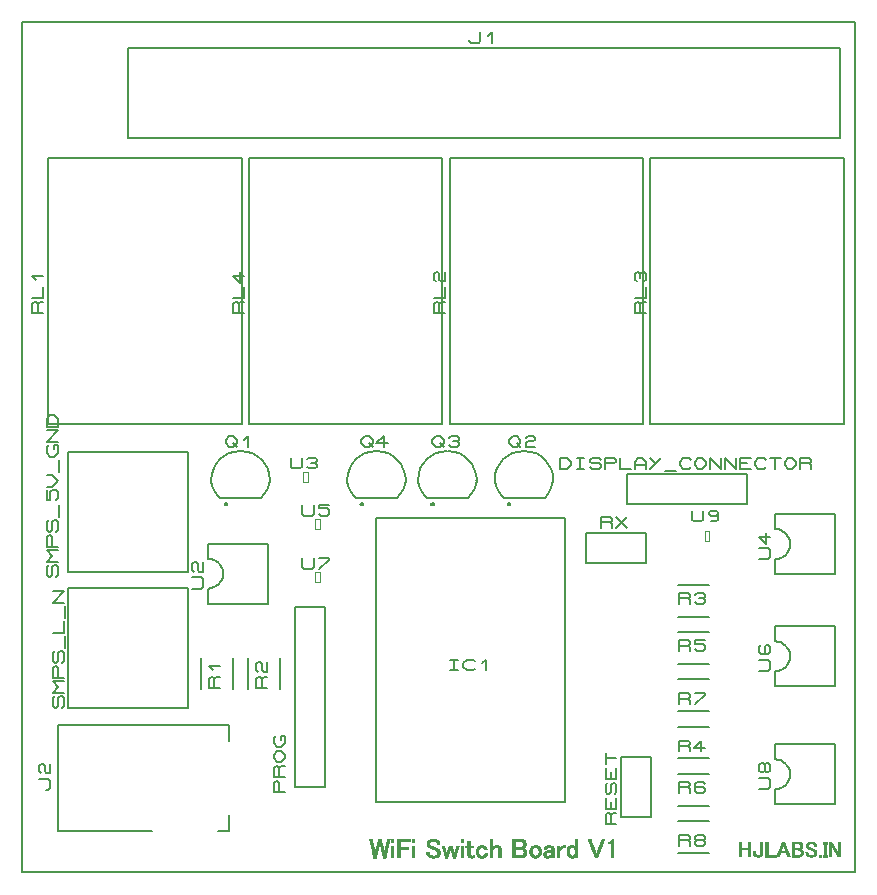
<source format=gbr>
G04 PROTEUS GERBER X2 FILE*
%TF.GenerationSoftware,Labcenter,Proteus,8.13-SP0-Build31525*%
%TF.CreationDate,2022-07-11T20:54:32+00:00*%
%TF.FileFunction,Legend,Top*%
%TF.FilePolarity,Positive*%
%TF.Part,Single*%
%TF.SameCoordinates,{67e9d6b1-9973-4f3b-b57f-a68231676cbc}*%
%FSLAX45Y45*%
%MOMM*%
G01*
%TA.AperFunction,Material*%
%ADD25C,0.203200*%
%ADD26C,0.200000*%
%ADD27C,0.127000*%
%ADD28C,0.025400*%
%TA.AperFunction,Profile*%
%ADD24C,0.203200*%
%TA.AperFunction,Material*%
%ADD29C,0.031750*%
%TD.AperFunction*%
D25*
X+896000Y+6981000D02*
X+6928500Y+6981000D01*
X+896000Y+6219000D02*
X+6928500Y+6219000D01*
X+6928500Y+6981000D01*
X+896000Y+6219000D02*
X+896000Y+6981000D01*
X+3785250Y+7052120D02*
X+3785250Y+7036880D01*
X+3801125Y+7021640D01*
X+3864625Y+7021640D01*
X+3880500Y+7036880D01*
X+3880500Y+7113080D01*
X+3944000Y+7082600D02*
X+3975750Y+7113080D01*
X+3975750Y+7021640D01*
X+3000000Y+600000D02*
X+4600000Y+600000D01*
X+4600000Y+3000000D01*
X+3000000Y+3000000D01*
X+3000000Y+600000D01*
X+3625375Y+1802000D02*
X+3688875Y+1802000D01*
X+3657125Y+1802000D02*
X+3657125Y+1710560D01*
X+3625375Y+1710560D02*
X+3688875Y+1710560D01*
X+3831750Y+1725800D02*
X+3815875Y+1710560D01*
X+3768250Y+1710560D01*
X+3736500Y+1741040D01*
X+3736500Y+1771520D01*
X+3768250Y+1802000D01*
X+3815875Y+1802000D01*
X+3831750Y+1786760D01*
X+3895250Y+1771520D02*
X+3927000Y+1802000D01*
X+3927000Y+1710560D01*
D26*
X+1785000Y+1550000D02*
X+1785000Y+1820000D01*
X+1515000Y+1550000D02*
X+1515000Y+1820000D01*
D25*
X+1674520Y+1558000D02*
X+1583080Y+1558000D01*
X+1583080Y+1637375D01*
X+1598320Y+1653250D01*
X+1613560Y+1653250D01*
X+1628800Y+1637375D01*
X+1628800Y+1558000D01*
X+1628800Y+1637375D02*
X+1644040Y+1653250D01*
X+1674520Y+1653250D01*
X+1613560Y+1716750D02*
X+1583080Y+1748500D01*
X+1674520Y+1748500D01*
D26*
X+5550000Y+2165000D02*
X+5820000Y+2165000D01*
X+5550000Y+2435000D02*
X+5820000Y+2435000D01*
D25*
X+5558000Y+2275480D02*
X+5558000Y+2366920D01*
X+5637375Y+2366920D01*
X+5653250Y+2351680D01*
X+5653250Y+2336440D01*
X+5637375Y+2321200D01*
X+5558000Y+2321200D01*
X+5637375Y+2321200D02*
X+5653250Y+2305960D01*
X+5653250Y+2275480D01*
X+5700875Y+2351680D02*
X+5716750Y+2366920D01*
X+5764375Y+2366920D01*
X+5780250Y+2351680D01*
X+5780250Y+2336440D01*
X+5764375Y+2321200D01*
X+5780250Y+2305960D01*
X+5780250Y+2290720D01*
X+5764375Y+2275480D01*
X+5716750Y+2275480D01*
X+5700875Y+2290720D01*
X+5732625Y+2321200D02*
X+5764375Y+2321200D01*
D26*
X+5550000Y+1765000D02*
X+5820000Y+1765000D01*
X+5550000Y+2035000D02*
X+5820000Y+2035000D01*
D25*
X+5558000Y+1875480D02*
X+5558000Y+1966920D01*
X+5637375Y+1966920D01*
X+5653250Y+1951680D01*
X+5653250Y+1936440D01*
X+5637375Y+1921200D01*
X+5558000Y+1921200D01*
X+5637375Y+1921200D02*
X+5653250Y+1905960D01*
X+5653250Y+1875480D01*
X+5780250Y+1966920D02*
X+5700875Y+1966920D01*
X+5700875Y+1936440D01*
X+5764375Y+1936440D01*
X+5780250Y+1921200D01*
X+5780250Y+1890720D01*
X+5764375Y+1875480D01*
X+5716750Y+1875480D01*
X+5700875Y+1890720D01*
D26*
X+5550000Y+1365000D02*
X+5820000Y+1365000D01*
X+5550000Y+1635000D02*
X+5820000Y+1635000D01*
D25*
X+5558000Y+1425480D02*
X+5558000Y+1516920D01*
X+5637375Y+1516920D01*
X+5653250Y+1501680D01*
X+5653250Y+1486440D01*
X+5637375Y+1471200D01*
X+5558000Y+1471200D01*
X+5637375Y+1471200D02*
X+5653250Y+1455960D01*
X+5653250Y+1425480D01*
X+5700875Y+1516920D02*
X+5780250Y+1516920D01*
X+5780250Y+1501680D01*
X+5700875Y+1425480D01*
X+1573000Y+2658000D02*
X+1573000Y+2785000D01*
X+2081000Y+2785000D01*
X+2081000Y+2277000D01*
X+1573000Y+2277000D01*
X+1573000Y+2404000D01*
X+1700000Y+2531000D02*
X+1697564Y+2556876D01*
X+1690515Y+2580848D01*
X+1679238Y+2602438D01*
X+1664122Y+2621170D01*
X+1645554Y+2636569D01*
X+1623919Y+2648158D01*
X+1599606Y+2655460D01*
X+1573000Y+2658000D01*
X+1700000Y+2531000D02*
X+1697564Y+2504394D01*
X+1690515Y+2480081D01*
X+1679238Y+2458446D01*
X+1664122Y+2439878D01*
X+1645554Y+2424762D01*
X+1623919Y+2413485D01*
X+1599606Y+2406436D01*
X+1573000Y+2404000D01*
X+1440920Y+2404000D02*
X+1517120Y+2404000D01*
X+1532360Y+2419875D01*
X+1532360Y+2483375D01*
X+1517120Y+2499250D01*
X+1440920Y+2499250D01*
X+1456160Y+2546875D02*
X+1440920Y+2562750D01*
X+1440920Y+2610375D01*
X+1456160Y+2626250D01*
X+1471400Y+2626250D01*
X+1486640Y+2610375D01*
X+1486640Y+2562750D01*
X+1501880Y+2546875D01*
X+1532360Y+2546875D01*
X+1532360Y+2626250D01*
X+6373000Y+2908000D02*
X+6373000Y+3035000D01*
X+6881000Y+3035000D01*
X+6881000Y+2527000D01*
X+6373000Y+2527000D01*
X+6373000Y+2654000D01*
X+6500000Y+2781000D02*
X+6497564Y+2806876D01*
X+6490515Y+2830848D01*
X+6479238Y+2852438D01*
X+6464122Y+2871170D01*
X+6445554Y+2886569D01*
X+6423919Y+2898158D01*
X+6399606Y+2905460D01*
X+6373000Y+2908000D01*
X+6500000Y+2781000D02*
X+6497564Y+2754394D01*
X+6490515Y+2730081D01*
X+6479238Y+2708446D01*
X+6464122Y+2689878D01*
X+6445554Y+2674762D01*
X+6423919Y+2663485D01*
X+6399606Y+2656436D01*
X+6373000Y+2654000D01*
X+6240920Y+2654000D02*
X+6317120Y+2654000D01*
X+6332360Y+2669875D01*
X+6332360Y+2733375D01*
X+6317120Y+2749250D01*
X+6240920Y+2749250D01*
X+6301880Y+2876250D02*
X+6301880Y+2781000D01*
X+6240920Y+2844500D01*
X+6332360Y+2844500D01*
X+6373000Y+1958000D02*
X+6373000Y+2085000D01*
X+6881000Y+2085000D01*
X+6881000Y+1577000D01*
X+6373000Y+1577000D01*
X+6373000Y+1704000D01*
X+6500000Y+1831000D02*
X+6497564Y+1856876D01*
X+6490515Y+1880848D01*
X+6479238Y+1902438D01*
X+6464122Y+1921170D01*
X+6445554Y+1936569D01*
X+6423919Y+1948158D01*
X+6399606Y+1955460D01*
X+6373000Y+1958000D01*
X+6500000Y+1831000D02*
X+6497564Y+1804394D01*
X+6490515Y+1780081D01*
X+6479238Y+1758446D01*
X+6464122Y+1739878D01*
X+6445554Y+1724762D01*
X+6423919Y+1713485D01*
X+6399606Y+1706436D01*
X+6373000Y+1704000D01*
X+6240920Y+1704000D02*
X+6317120Y+1704000D01*
X+6332360Y+1719875D01*
X+6332360Y+1783375D01*
X+6317120Y+1799250D01*
X+6240920Y+1799250D01*
X+6256160Y+1926250D02*
X+6240920Y+1910375D01*
X+6240920Y+1862750D01*
X+6256160Y+1846875D01*
X+6317120Y+1846875D01*
X+6332360Y+1862750D01*
X+6332360Y+1910375D01*
X+6317120Y+1926250D01*
X+6301880Y+1926250D01*
X+6286640Y+1910375D01*
X+6286640Y+1846875D01*
X+6373000Y+958000D02*
X+6373000Y+1085000D01*
X+6881000Y+1085000D01*
X+6881000Y+577000D01*
X+6373000Y+577000D01*
X+6373000Y+704000D01*
X+6500000Y+831000D02*
X+6497564Y+856876D01*
X+6490515Y+880848D01*
X+6479238Y+902438D01*
X+6464122Y+921170D01*
X+6445554Y+936569D01*
X+6423919Y+948158D01*
X+6399606Y+955460D01*
X+6373000Y+958000D01*
X+6500000Y+831000D02*
X+6497564Y+804394D01*
X+6490515Y+780081D01*
X+6479238Y+758446D01*
X+6464122Y+739878D01*
X+6445554Y+724762D01*
X+6423919Y+713485D01*
X+6399606Y+706436D01*
X+6373000Y+704000D01*
X+6240920Y+704000D02*
X+6317120Y+704000D01*
X+6332360Y+719875D01*
X+6332360Y+783375D01*
X+6317120Y+799250D01*
X+6240920Y+799250D01*
X+6286640Y+862750D02*
X+6271400Y+846875D01*
X+6256160Y+846875D01*
X+6240920Y+862750D01*
X+6240920Y+910375D01*
X+6256160Y+926250D01*
X+6271400Y+926250D01*
X+6286640Y+910375D01*
X+6286640Y+862750D01*
X+6301880Y+846875D01*
X+6317120Y+846875D01*
X+6332360Y+862750D01*
X+6332360Y+910375D01*
X+6317120Y+926250D01*
X+6301880Y+926250D01*
X+6286640Y+910375D01*
X+392000Y+2546000D02*
X+1408000Y+2546000D01*
X+392000Y+3562000D02*
X+1408000Y+3562000D01*
X+1408000Y+2546000D02*
X+1408000Y+3562000D01*
X+392000Y+2546000D02*
X+392000Y+3562000D01*
X+286120Y+2505500D02*
X+301360Y+2521375D01*
X+301360Y+2584875D01*
X+286120Y+2600750D01*
X+270880Y+2600750D01*
X+255640Y+2584875D01*
X+255640Y+2521375D01*
X+240400Y+2505500D01*
X+225160Y+2505500D01*
X+209920Y+2521375D01*
X+209920Y+2584875D01*
X+225160Y+2600750D01*
X+301360Y+2632500D02*
X+209920Y+2632500D01*
X+255640Y+2680125D01*
X+209920Y+2727750D01*
X+301360Y+2727750D01*
X+301360Y+2759500D02*
X+209920Y+2759500D01*
X+209920Y+2838875D01*
X+225160Y+2854750D01*
X+240400Y+2854750D01*
X+255640Y+2838875D01*
X+255640Y+2759500D01*
X+286120Y+2886500D02*
X+301360Y+2902375D01*
X+301360Y+2965875D01*
X+286120Y+2981750D01*
X+270880Y+2981750D01*
X+255640Y+2965875D01*
X+255640Y+2902375D01*
X+240400Y+2886500D01*
X+225160Y+2886500D01*
X+209920Y+2902375D01*
X+209920Y+2965875D01*
X+225160Y+2981750D01*
X+316600Y+3013500D02*
X+316600Y+3108750D01*
X+209920Y+3235750D02*
X+209920Y+3156375D01*
X+240400Y+3156375D01*
X+240400Y+3219875D01*
X+255640Y+3235750D01*
X+286120Y+3235750D01*
X+301360Y+3219875D01*
X+301360Y+3172250D01*
X+286120Y+3156375D01*
X+209920Y+3267500D02*
X+255640Y+3267500D01*
X+301360Y+3315125D01*
X+255640Y+3362750D01*
X+209920Y+3362750D01*
X+316600Y+3394500D02*
X+316600Y+3489750D01*
X+270880Y+3585000D02*
X+270880Y+3616750D01*
X+301360Y+3616750D01*
X+301360Y+3553250D01*
X+270880Y+3521500D01*
X+240400Y+3521500D01*
X+209920Y+3553250D01*
X+209920Y+3600875D01*
X+225160Y+3616750D01*
X+301360Y+3648500D02*
X+209920Y+3648500D01*
X+301360Y+3743750D01*
X+209920Y+3743750D01*
X+301360Y+3775500D02*
X+209920Y+3775500D01*
X+209920Y+3839000D01*
X+240400Y+3870750D01*
X+270880Y+3870750D01*
X+301360Y+3839000D01*
X+301360Y+3775500D01*
X+392000Y+1396000D02*
X+1408000Y+1396000D01*
X+392000Y+2412000D02*
X+1408000Y+2412000D01*
X+1408000Y+1396000D02*
X+1408000Y+2412000D01*
X+392000Y+1396000D02*
X+392000Y+2412000D01*
X+336120Y+1396000D02*
X+351360Y+1411875D01*
X+351360Y+1475375D01*
X+336120Y+1491250D01*
X+320880Y+1491250D01*
X+305640Y+1475375D01*
X+305640Y+1411875D01*
X+290400Y+1396000D01*
X+275160Y+1396000D01*
X+259920Y+1411875D01*
X+259920Y+1475375D01*
X+275160Y+1491250D01*
X+351360Y+1523000D02*
X+259920Y+1523000D01*
X+305640Y+1570625D01*
X+259920Y+1618250D01*
X+351360Y+1618250D01*
X+351360Y+1650000D02*
X+259920Y+1650000D01*
X+259920Y+1729375D01*
X+275160Y+1745250D01*
X+290400Y+1745250D01*
X+305640Y+1729375D01*
X+305640Y+1650000D01*
X+336120Y+1777000D02*
X+351360Y+1792875D01*
X+351360Y+1856375D01*
X+336120Y+1872250D01*
X+320880Y+1872250D01*
X+305640Y+1856375D01*
X+305640Y+1792875D01*
X+290400Y+1777000D01*
X+275160Y+1777000D01*
X+259920Y+1792875D01*
X+259920Y+1856375D01*
X+275160Y+1872250D01*
X+366600Y+1904000D02*
X+366600Y+1999250D01*
X+259920Y+2031000D02*
X+351360Y+2031000D01*
X+351360Y+2126250D01*
X+366600Y+2158000D02*
X+366600Y+2253250D01*
X+351360Y+2285000D02*
X+259920Y+2285000D01*
X+351360Y+2380250D01*
X+259920Y+2380250D01*
X+1919000Y+3800000D02*
X+3559000Y+3800000D01*
X+3559000Y+6050000D01*
X+1919000Y+6050000D01*
X+1919000Y+3800000D01*
X+1878360Y+4734500D02*
X+1786920Y+4734500D01*
X+1786920Y+4813875D01*
X+1802160Y+4829750D01*
X+1817400Y+4829750D01*
X+1832640Y+4813875D01*
X+1832640Y+4734500D01*
X+1832640Y+4813875D02*
X+1847880Y+4829750D01*
X+1878360Y+4829750D01*
X+1786920Y+4861500D02*
X+1878360Y+4861500D01*
X+1878360Y+4956750D01*
X+1847880Y+5083750D02*
X+1847880Y+4988500D01*
X+1786920Y+5052000D01*
X+1878360Y+5052000D01*
X+219000Y+3800000D02*
X+1859000Y+3800000D01*
X+1859000Y+6050000D01*
X+219000Y+6050000D01*
X+219000Y+3800000D01*
X+178360Y+4734500D02*
X+86920Y+4734500D01*
X+86920Y+4813875D01*
X+102160Y+4829750D01*
X+117400Y+4829750D01*
X+132640Y+4813875D01*
X+132640Y+4734500D01*
X+132640Y+4813875D02*
X+147880Y+4829750D01*
X+178360Y+4829750D01*
X+86920Y+4861500D02*
X+178360Y+4861500D01*
X+178360Y+4956750D01*
X+117400Y+5020250D02*
X+86920Y+5052000D01*
X+178360Y+5052000D01*
X+3619000Y+3800000D02*
X+5259000Y+3800000D01*
X+5259000Y+6050000D01*
X+3619000Y+6050000D01*
X+3619000Y+3800000D01*
X+3578360Y+4734500D02*
X+3486920Y+4734500D01*
X+3486920Y+4813875D01*
X+3502160Y+4829750D01*
X+3517400Y+4829750D01*
X+3532640Y+4813875D01*
X+3532640Y+4734500D01*
X+3532640Y+4813875D02*
X+3547880Y+4829750D01*
X+3578360Y+4829750D01*
X+3486920Y+4861500D02*
X+3578360Y+4861500D01*
X+3578360Y+4956750D01*
X+3502160Y+5004375D02*
X+3486920Y+5020250D01*
X+3486920Y+5067875D01*
X+3502160Y+5083750D01*
X+3517400Y+5083750D01*
X+3532640Y+5067875D01*
X+3532640Y+5020250D01*
X+3547880Y+5004375D01*
X+3578360Y+5004375D01*
X+3578360Y+5083750D01*
X+5319000Y+3800000D02*
X+6959000Y+3800000D01*
X+6959000Y+6050000D01*
X+5319000Y+6050000D01*
X+5319000Y+3800000D01*
X+5278360Y+4734500D02*
X+5186920Y+4734500D01*
X+5186920Y+4813875D01*
X+5202160Y+4829750D01*
X+5217400Y+4829750D01*
X+5232640Y+4813875D01*
X+5232640Y+4734500D01*
X+5232640Y+4813875D02*
X+5247880Y+4829750D01*
X+5278360Y+4829750D01*
X+5186920Y+4861500D02*
X+5278360Y+4861500D01*
X+5278360Y+4956750D01*
X+5202160Y+5004375D02*
X+5186920Y+5020250D01*
X+5186920Y+5067875D01*
X+5202160Y+5083750D01*
X+5217400Y+5083750D01*
X+5232640Y+5067875D01*
X+5247880Y+5083750D01*
X+5263120Y+5083750D01*
X+5278360Y+5067875D01*
X+5278360Y+5020250D01*
X+5263120Y+5004375D01*
X+5232640Y+5036125D02*
X+5232640Y+5067875D01*
X+5123000Y+3123000D02*
X+6139000Y+3123000D01*
X+6139000Y+3377000D01*
X+5123000Y+3377000D01*
X+5123000Y+3123000D01*
X+4551500Y+3417640D02*
X+4551500Y+3509080D01*
X+4615000Y+3509080D01*
X+4646750Y+3478600D01*
X+4646750Y+3448120D01*
X+4615000Y+3417640D01*
X+4551500Y+3417640D01*
X+4694375Y+3509080D02*
X+4757875Y+3509080D01*
X+4726125Y+3509080D02*
X+4726125Y+3417640D01*
X+4694375Y+3417640D02*
X+4757875Y+3417640D01*
X+4805500Y+3432880D02*
X+4821375Y+3417640D01*
X+4884875Y+3417640D01*
X+4900750Y+3432880D01*
X+4900750Y+3448120D01*
X+4884875Y+3463360D01*
X+4821375Y+3463360D01*
X+4805500Y+3478600D01*
X+4805500Y+3493840D01*
X+4821375Y+3509080D01*
X+4884875Y+3509080D01*
X+4900750Y+3493840D01*
X+4932500Y+3417640D02*
X+4932500Y+3509080D01*
X+5011875Y+3509080D01*
X+5027750Y+3493840D01*
X+5027750Y+3478600D01*
X+5011875Y+3463360D01*
X+4932500Y+3463360D01*
X+5059500Y+3509080D02*
X+5059500Y+3417640D01*
X+5154750Y+3417640D01*
X+5186500Y+3417640D02*
X+5186500Y+3478600D01*
X+5218250Y+3509080D01*
X+5250000Y+3509080D01*
X+5281750Y+3478600D01*
X+5281750Y+3417640D01*
X+5186500Y+3448120D02*
X+5281750Y+3448120D01*
X+5408750Y+3509080D02*
X+5313500Y+3417640D01*
X+5313500Y+3509080D02*
X+5361125Y+3463360D01*
X+5440500Y+3402400D02*
X+5535750Y+3402400D01*
X+5662750Y+3432880D02*
X+5646875Y+3417640D01*
X+5599250Y+3417640D01*
X+5567500Y+3448120D01*
X+5567500Y+3478600D01*
X+5599250Y+3509080D01*
X+5646875Y+3509080D01*
X+5662750Y+3493840D01*
X+5694500Y+3478600D02*
X+5726250Y+3509080D01*
X+5758000Y+3509080D01*
X+5789750Y+3478600D01*
X+5789750Y+3448120D01*
X+5758000Y+3417640D01*
X+5726250Y+3417640D01*
X+5694500Y+3448120D01*
X+5694500Y+3478600D01*
X+5821500Y+3417640D02*
X+5821500Y+3509080D01*
X+5916750Y+3417640D01*
X+5916750Y+3509080D01*
X+5948500Y+3417640D02*
X+5948500Y+3509080D01*
X+6043750Y+3417640D01*
X+6043750Y+3509080D01*
X+6170750Y+3417640D02*
X+6075500Y+3417640D01*
X+6075500Y+3509080D01*
X+6170750Y+3509080D01*
X+6075500Y+3463360D02*
X+6139000Y+3463360D01*
X+6297750Y+3432880D02*
X+6281875Y+3417640D01*
X+6234250Y+3417640D01*
X+6202500Y+3448120D01*
X+6202500Y+3478600D01*
X+6234250Y+3509080D01*
X+6281875Y+3509080D01*
X+6297750Y+3493840D01*
X+6329500Y+3509080D02*
X+6424750Y+3509080D01*
X+6377125Y+3509080D02*
X+6377125Y+3417640D01*
X+6456500Y+3478600D02*
X+6488250Y+3509080D01*
X+6520000Y+3509080D01*
X+6551750Y+3478600D01*
X+6551750Y+3448120D01*
X+6520000Y+3417640D01*
X+6488250Y+3417640D01*
X+6456500Y+3448120D01*
X+6456500Y+3478600D01*
X+6583500Y+3417640D02*
X+6583500Y+3509080D01*
X+6662875Y+3509080D01*
X+6678750Y+3493840D01*
X+6678750Y+3478600D01*
X+6662875Y+3463360D01*
X+6583500Y+3463360D01*
X+6662875Y+3463360D02*
X+6678750Y+3448120D01*
X+6678750Y+3417640D01*
D26*
X+1755000Y+1250000D02*
X+305000Y+1250000D01*
X+305000Y+350000D01*
X+1101000Y+350000D01*
X+1755000Y+350000D02*
X+1755000Y+488000D01*
X+1755000Y+1250000D02*
X+1755000Y+1113000D01*
X+1755000Y+350000D02*
X+1656000Y+350000D01*
D25*
X+206440Y+698000D02*
X+221680Y+698000D01*
X+236920Y+713875D01*
X+236920Y+777375D01*
X+221680Y+793250D01*
X+145480Y+793250D01*
X+160720Y+840875D02*
X+145480Y+856750D01*
X+145480Y+904375D01*
X+160720Y+920250D01*
X+175960Y+920250D01*
X+191200Y+904375D01*
X+191200Y+856750D01*
X+206440Y+840875D01*
X+236920Y+840875D01*
X+236920Y+920250D01*
X+4773000Y+2623000D02*
X+5281000Y+2623000D01*
X+5281000Y+2877000D01*
X+4773000Y+2877000D01*
X+4773000Y+2623000D01*
X+4900000Y+2917640D02*
X+4900000Y+3009080D01*
X+4979375Y+3009080D01*
X+4995250Y+2993840D01*
X+4995250Y+2978600D01*
X+4979375Y+2963360D01*
X+4900000Y+2963360D01*
X+4979375Y+2963360D02*
X+4995250Y+2948120D01*
X+4995250Y+2917640D01*
X+5027000Y+3009080D02*
X+5122250Y+2917640D01*
X+5027000Y+2917640D02*
X+5122250Y+3009080D01*
D26*
X+1735000Y+3119000D02*
X+1734965Y+3119831D01*
X+1734684Y+3121495D01*
X+1734094Y+3123159D01*
X+1733130Y+3124823D01*
X+1731655Y+3126464D01*
X+1729991Y+3127665D01*
X+1728327Y+3128430D01*
X+1726663Y+3128861D01*
X+1725000Y+3129000D01*
X+1715000Y+3119000D02*
X+1715035Y+3119831D01*
X+1715316Y+3121495D01*
X+1715906Y+3123159D01*
X+1716870Y+3124823D01*
X+1718345Y+3126464D01*
X+1720009Y+3127665D01*
X+1721673Y+3128430D01*
X+1723337Y+3128861D01*
X+1725000Y+3129000D01*
X+1715000Y+3119000D02*
X+1715035Y+3118169D01*
X+1715316Y+3116505D01*
X+1715906Y+3114841D01*
X+1716870Y+3113177D01*
X+1718345Y+3111536D01*
X+1720009Y+3110335D01*
X+1721673Y+3109570D01*
X+1723337Y+3109139D01*
X+1725000Y+3109000D01*
X+1735000Y+3119000D02*
X+1734965Y+3118169D01*
X+1734684Y+3116505D01*
X+1734094Y+3114841D01*
X+1733130Y+3113177D01*
X+1731655Y+3111536D01*
X+1729991Y+3110335D01*
X+1728327Y+3109570D01*
X+1726663Y+3109139D01*
X+1725000Y+3109000D01*
D27*
X+1678000Y+3173000D02*
X+2022000Y+3173000D01*
X+1679417Y+3170106D02*
X+1650754Y+3199885D01*
X+1628066Y+3234727D01*
X+1611890Y+3274070D01*
X+1602767Y+3317348D01*
X+1603000Y+3324000D01*
X+1602038Y+3326275D02*
X+1607648Y+3375638D01*
X+1622139Y+3421223D01*
X+1644644Y+3462166D01*
X+1674294Y+3497602D01*
X+1710222Y+3526667D01*
X+1751561Y+3548498D01*
X+1797443Y+3562231D01*
X+1847000Y+3567000D01*
X+1851275Y+3566962D01*
X+1850000Y+3567000D01*
X+1853000Y+3567000D02*
X+1903094Y+3562125D01*
X+1949421Y+3548099D01*
X+1991082Y+3525818D01*
X+2027180Y+3496180D01*
X+2056818Y+3460081D01*
X+2079099Y+3418421D01*
X+2093125Y+3372094D01*
X+2098000Y+3322000D01*
X+2097000Y+3324000D01*
X+2023633Y+3172901D02*
X+2051721Y+3203120D01*
X+2073794Y+3238344D01*
X+2089304Y+3277986D01*
X+2097701Y+3321458D01*
X+2097000Y+3324000D01*
D25*
X+1723021Y+3664790D02*
X+1754771Y+3695270D01*
X+1786521Y+3695270D01*
X+1818271Y+3664790D01*
X+1818271Y+3634310D01*
X+1786521Y+3603830D01*
X+1754771Y+3603830D01*
X+1723021Y+3634310D01*
X+1723021Y+3664790D01*
X+1786521Y+3634310D02*
X+1818271Y+3603830D01*
X+1881771Y+3664790D02*
X+1913521Y+3695270D01*
X+1913521Y+3603830D01*
D26*
X+4135000Y+3119000D02*
X+4134965Y+3119831D01*
X+4134684Y+3121495D01*
X+4134094Y+3123159D01*
X+4133130Y+3124823D01*
X+4131655Y+3126464D01*
X+4129991Y+3127665D01*
X+4128327Y+3128430D01*
X+4126663Y+3128861D01*
X+4125000Y+3129000D01*
X+4115000Y+3119000D02*
X+4115035Y+3119831D01*
X+4115316Y+3121495D01*
X+4115906Y+3123159D01*
X+4116870Y+3124823D01*
X+4118345Y+3126464D01*
X+4120009Y+3127665D01*
X+4121673Y+3128430D01*
X+4123337Y+3128861D01*
X+4125000Y+3129000D01*
X+4115000Y+3119000D02*
X+4115035Y+3118169D01*
X+4115316Y+3116505D01*
X+4115906Y+3114841D01*
X+4116870Y+3113177D01*
X+4118345Y+3111536D01*
X+4120009Y+3110335D01*
X+4121673Y+3109570D01*
X+4123337Y+3109139D01*
X+4125000Y+3109000D01*
X+4135000Y+3119000D02*
X+4134965Y+3118169D01*
X+4134684Y+3116505D01*
X+4134094Y+3114841D01*
X+4133130Y+3113177D01*
X+4131655Y+3111536D01*
X+4129991Y+3110335D01*
X+4128327Y+3109570D01*
X+4126663Y+3109139D01*
X+4125000Y+3109000D01*
D27*
X+4078000Y+3173000D02*
X+4422000Y+3173000D01*
X+4079417Y+3170106D02*
X+4050754Y+3199885D01*
X+4028066Y+3234727D01*
X+4011890Y+3274070D01*
X+4002767Y+3317348D01*
X+4003000Y+3324000D01*
X+4002038Y+3326275D02*
X+4007648Y+3375638D01*
X+4022139Y+3421223D01*
X+4044644Y+3462166D01*
X+4074294Y+3497602D01*
X+4110222Y+3526667D01*
X+4151561Y+3548498D01*
X+4197443Y+3562231D01*
X+4247000Y+3567000D01*
X+4251275Y+3566962D01*
X+4250000Y+3567000D01*
X+4253000Y+3567000D02*
X+4303094Y+3562125D01*
X+4349421Y+3548099D01*
X+4391082Y+3525818D01*
X+4427180Y+3496180D01*
X+4456818Y+3460081D01*
X+4479099Y+3418421D01*
X+4493125Y+3372094D01*
X+4498000Y+3322000D01*
X+4497000Y+3324000D01*
X+4423633Y+3172901D02*
X+4451721Y+3203120D01*
X+4473794Y+3238344D01*
X+4489304Y+3277986D01*
X+4497701Y+3321458D01*
X+4497000Y+3324000D01*
D25*
X+4123021Y+3664790D02*
X+4154771Y+3695270D01*
X+4186521Y+3695270D01*
X+4218271Y+3664790D01*
X+4218271Y+3634310D01*
X+4186521Y+3603830D01*
X+4154771Y+3603830D01*
X+4123021Y+3634310D01*
X+4123021Y+3664790D01*
X+4186521Y+3634310D02*
X+4218271Y+3603830D01*
X+4265896Y+3680030D02*
X+4281771Y+3695270D01*
X+4329396Y+3695270D01*
X+4345271Y+3680030D01*
X+4345271Y+3664790D01*
X+4329396Y+3649550D01*
X+4281771Y+3649550D01*
X+4265896Y+3634310D01*
X+4265896Y+3603830D01*
X+4345271Y+3603830D01*
D26*
X+3485000Y+3119000D02*
X+3484965Y+3119831D01*
X+3484684Y+3121495D01*
X+3484094Y+3123159D01*
X+3483130Y+3124823D01*
X+3481655Y+3126464D01*
X+3479991Y+3127665D01*
X+3478327Y+3128430D01*
X+3476663Y+3128861D01*
X+3475000Y+3129000D01*
X+3465000Y+3119000D02*
X+3465035Y+3119831D01*
X+3465316Y+3121495D01*
X+3465906Y+3123159D01*
X+3466870Y+3124823D01*
X+3468345Y+3126464D01*
X+3470009Y+3127665D01*
X+3471673Y+3128430D01*
X+3473337Y+3128861D01*
X+3475000Y+3129000D01*
X+3465000Y+3119000D02*
X+3465035Y+3118169D01*
X+3465316Y+3116505D01*
X+3465906Y+3114841D01*
X+3466870Y+3113177D01*
X+3468345Y+3111536D01*
X+3470009Y+3110335D01*
X+3471673Y+3109570D01*
X+3473337Y+3109139D01*
X+3475000Y+3109000D01*
X+3485000Y+3119000D02*
X+3484965Y+3118169D01*
X+3484684Y+3116505D01*
X+3484094Y+3114841D01*
X+3483130Y+3113177D01*
X+3481655Y+3111536D01*
X+3479991Y+3110335D01*
X+3478327Y+3109570D01*
X+3476663Y+3109139D01*
X+3475000Y+3109000D01*
D27*
X+3428000Y+3173000D02*
X+3772000Y+3173000D01*
X+3429417Y+3170106D02*
X+3400754Y+3199885D01*
X+3378066Y+3234727D01*
X+3361890Y+3274070D01*
X+3352767Y+3317348D01*
X+3353000Y+3324000D01*
X+3352038Y+3326275D02*
X+3357648Y+3375638D01*
X+3372139Y+3421223D01*
X+3394644Y+3462166D01*
X+3424294Y+3497602D01*
X+3460222Y+3526667D01*
X+3501561Y+3548498D01*
X+3547443Y+3562231D01*
X+3597000Y+3567000D01*
X+3601275Y+3566962D01*
X+3600000Y+3567000D01*
X+3603000Y+3567000D02*
X+3653094Y+3562125D01*
X+3699421Y+3548099D01*
X+3741082Y+3525818D01*
X+3777180Y+3496180D01*
X+3806818Y+3460081D01*
X+3829099Y+3418421D01*
X+3843125Y+3372094D01*
X+3848000Y+3322000D01*
X+3847000Y+3324000D01*
X+3773633Y+3172901D02*
X+3801721Y+3203120D01*
X+3823794Y+3238344D01*
X+3839304Y+3277986D01*
X+3847701Y+3321458D01*
X+3847000Y+3324000D01*
D25*
X+3473021Y+3664790D02*
X+3504771Y+3695270D01*
X+3536521Y+3695270D01*
X+3568271Y+3664790D01*
X+3568271Y+3634310D01*
X+3536521Y+3603830D01*
X+3504771Y+3603830D01*
X+3473021Y+3634310D01*
X+3473021Y+3664790D01*
X+3536521Y+3634310D02*
X+3568271Y+3603830D01*
X+3615896Y+3680030D02*
X+3631771Y+3695270D01*
X+3679396Y+3695270D01*
X+3695271Y+3680030D01*
X+3695271Y+3664790D01*
X+3679396Y+3649550D01*
X+3695271Y+3634310D01*
X+3695271Y+3619070D01*
X+3679396Y+3603830D01*
X+3631771Y+3603830D01*
X+3615896Y+3619070D01*
X+3647646Y+3649550D02*
X+3679396Y+3649550D01*
D26*
X+2885000Y+3119000D02*
X+2884965Y+3119831D01*
X+2884684Y+3121495D01*
X+2884094Y+3123159D01*
X+2883130Y+3124823D01*
X+2881655Y+3126464D01*
X+2879991Y+3127665D01*
X+2878327Y+3128430D01*
X+2876663Y+3128861D01*
X+2875000Y+3129000D01*
X+2865000Y+3119000D02*
X+2865035Y+3119831D01*
X+2865316Y+3121495D01*
X+2865906Y+3123159D01*
X+2866870Y+3124823D01*
X+2868345Y+3126464D01*
X+2870009Y+3127665D01*
X+2871673Y+3128430D01*
X+2873337Y+3128861D01*
X+2875000Y+3129000D01*
X+2865000Y+3119000D02*
X+2865035Y+3118169D01*
X+2865316Y+3116505D01*
X+2865906Y+3114841D01*
X+2866870Y+3113177D01*
X+2868345Y+3111536D01*
X+2870009Y+3110335D01*
X+2871673Y+3109570D01*
X+2873337Y+3109139D01*
X+2875000Y+3109000D01*
X+2885000Y+3119000D02*
X+2884965Y+3118169D01*
X+2884684Y+3116505D01*
X+2884094Y+3114841D01*
X+2883130Y+3113177D01*
X+2881655Y+3111536D01*
X+2879991Y+3110335D01*
X+2878327Y+3109570D01*
X+2876663Y+3109139D01*
X+2875000Y+3109000D01*
D27*
X+2828000Y+3173000D02*
X+3172000Y+3173000D01*
X+2829417Y+3170106D02*
X+2800754Y+3199885D01*
X+2778066Y+3234727D01*
X+2761890Y+3274070D01*
X+2752767Y+3317348D01*
X+2753000Y+3324000D01*
X+2752038Y+3326275D02*
X+2757648Y+3375638D01*
X+2772139Y+3421223D01*
X+2794644Y+3462166D01*
X+2824294Y+3497602D01*
X+2860222Y+3526667D01*
X+2901561Y+3548498D01*
X+2947443Y+3562231D01*
X+2997000Y+3567000D01*
X+3001275Y+3566962D01*
X+3000000Y+3567000D01*
X+3003000Y+3567000D02*
X+3053094Y+3562125D01*
X+3099421Y+3548099D01*
X+3141082Y+3525818D01*
X+3177180Y+3496180D01*
X+3206818Y+3460081D01*
X+3229099Y+3418421D01*
X+3243125Y+3372094D01*
X+3248000Y+3322000D01*
X+3247000Y+3324000D01*
X+3173633Y+3172901D02*
X+3201721Y+3203120D01*
X+3223794Y+3238344D01*
X+3239304Y+3277986D01*
X+3247701Y+3321458D01*
X+3247000Y+3324000D01*
D25*
X+2873021Y+3664790D02*
X+2904771Y+3695270D01*
X+2936521Y+3695270D01*
X+2968271Y+3664790D01*
X+2968271Y+3634310D01*
X+2936521Y+3603830D01*
X+2904771Y+3603830D01*
X+2873021Y+3634310D01*
X+2873021Y+3664790D01*
X+2936521Y+3634310D02*
X+2968271Y+3603830D01*
X+3095271Y+3634310D02*
X+3000021Y+3634310D01*
X+3063521Y+3695270D01*
X+3063521Y+3603830D01*
D26*
X+2185000Y+1550000D02*
X+2185000Y+1820000D01*
X+1915000Y+1550000D02*
X+1915000Y+1820000D01*
D25*
X+2074520Y+1558000D02*
X+1983080Y+1558000D01*
X+1983080Y+1637375D01*
X+1998320Y+1653250D01*
X+2013560Y+1653250D01*
X+2028800Y+1637375D01*
X+2028800Y+1558000D01*
X+2028800Y+1637375D02*
X+2044040Y+1653250D01*
X+2074520Y+1653250D01*
X+1998320Y+1700875D02*
X+1983080Y+1716750D01*
X+1983080Y+1764375D01*
X+1998320Y+1780250D01*
X+2013560Y+1780250D01*
X+2028800Y+1764375D01*
X+2028800Y+1716750D01*
X+2044040Y+1700875D01*
X+2074520Y+1700875D01*
X+2074520Y+1780250D01*
D26*
X+5550000Y+965000D02*
X+5820000Y+965000D01*
X+5550000Y+1235000D02*
X+5820000Y+1235000D01*
D25*
X+5558000Y+1025480D02*
X+5558000Y+1116920D01*
X+5637375Y+1116920D01*
X+5653250Y+1101680D01*
X+5653250Y+1086440D01*
X+5637375Y+1071200D01*
X+5558000Y+1071200D01*
X+5637375Y+1071200D02*
X+5653250Y+1055960D01*
X+5653250Y+1025480D01*
X+5780250Y+1055960D02*
X+5685000Y+1055960D01*
X+5748500Y+1116920D01*
X+5748500Y+1025480D01*
D26*
X+5550000Y+565000D02*
X+5820000Y+565000D01*
X+5550000Y+835000D02*
X+5820000Y+835000D01*
D25*
X+5558000Y+675480D02*
X+5558000Y+766920D01*
X+5637375Y+766920D01*
X+5653250Y+751680D01*
X+5653250Y+736440D01*
X+5637375Y+721200D01*
X+5558000Y+721200D01*
X+5637375Y+721200D02*
X+5653250Y+705960D01*
X+5653250Y+675480D01*
X+5780250Y+751680D02*
X+5764375Y+766920D01*
X+5716750Y+766920D01*
X+5700875Y+751680D01*
X+5700875Y+690720D01*
X+5716750Y+675480D01*
X+5764375Y+675480D01*
X+5780250Y+690720D01*
X+5780250Y+705960D01*
X+5764375Y+721200D01*
X+5700875Y+721200D01*
D26*
X+5550000Y+165000D02*
X+5820000Y+165000D01*
X+5550000Y+435000D02*
X+5820000Y+435000D01*
D25*
X+5558000Y+225480D02*
X+5558000Y+316920D01*
X+5637375Y+316920D01*
X+5653250Y+301680D01*
X+5653250Y+286440D01*
X+5637375Y+271200D01*
X+5558000Y+271200D01*
X+5637375Y+271200D02*
X+5653250Y+255960D01*
X+5653250Y+225480D01*
X+5716750Y+271200D02*
X+5700875Y+286440D01*
X+5700875Y+301680D01*
X+5716750Y+316920D01*
X+5764375Y+316920D01*
X+5780250Y+301680D01*
X+5780250Y+286440D01*
X+5764375Y+271200D01*
X+5716750Y+271200D01*
X+5700875Y+255960D01*
X+5700875Y+240720D01*
X+5716750Y+225480D01*
X+5764375Y+225480D01*
X+5780250Y+240720D01*
X+5780250Y+255960D01*
X+5764375Y+271200D01*
D28*
X+2380000Y+3310000D02*
X+2420000Y+3310000D01*
X+2420000Y+3390000D01*
X+2380000Y+3390000D01*
X+2380000Y+3310000D01*
D25*
X+2273000Y+3513190D02*
X+2273000Y+3436990D01*
X+2288875Y+3421750D01*
X+2352375Y+3421750D01*
X+2368250Y+3436990D01*
X+2368250Y+3513190D01*
X+2415875Y+3497950D02*
X+2431750Y+3513190D01*
X+2479375Y+3513190D01*
X+2495250Y+3497950D01*
X+2495250Y+3482710D01*
X+2479375Y+3467470D01*
X+2495250Y+3452230D01*
X+2495250Y+3436990D01*
X+2479375Y+3421750D01*
X+2431750Y+3421750D01*
X+2415875Y+3436990D01*
X+2447625Y+3467470D02*
X+2479375Y+3467470D01*
D28*
X+2480000Y+2910000D02*
X+2520000Y+2910000D01*
X+2520000Y+2990000D01*
X+2480000Y+2990000D01*
X+2480000Y+2910000D01*
D25*
X+2373000Y+3113190D02*
X+2373000Y+3036990D01*
X+2388875Y+3021750D01*
X+2452375Y+3021750D01*
X+2468250Y+3036990D01*
X+2468250Y+3113190D01*
X+2595250Y+3113190D02*
X+2515875Y+3113190D01*
X+2515875Y+3082710D01*
X+2579375Y+3082710D01*
X+2595250Y+3067470D01*
X+2595250Y+3036990D01*
X+2579375Y+3021750D01*
X+2531750Y+3021750D01*
X+2515875Y+3036990D01*
D28*
X+2480000Y+2460000D02*
X+2520000Y+2460000D01*
X+2520000Y+2540000D01*
X+2480000Y+2540000D01*
X+2480000Y+2460000D01*
D25*
X+2373000Y+2663190D02*
X+2373000Y+2586990D01*
X+2388875Y+2571750D01*
X+2452375Y+2571750D01*
X+2468250Y+2586990D01*
X+2468250Y+2663190D01*
X+2515875Y+2663190D02*
X+2595250Y+2663190D01*
X+2595250Y+2647950D01*
X+2515875Y+2571750D01*
D28*
X+5780000Y+2810000D02*
X+5820000Y+2810000D01*
X+5820000Y+2890000D01*
X+5780000Y+2890000D01*
X+5780000Y+2810000D01*
D25*
X+5673000Y+3063190D02*
X+5673000Y+2986990D01*
X+5688875Y+2971750D01*
X+5752375Y+2971750D01*
X+5768250Y+2986990D01*
X+5768250Y+3063190D01*
X+5895250Y+3032710D02*
X+5879375Y+3017470D01*
X+5831750Y+3017470D01*
X+5815875Y+3032710D01*
X+5815875Y+3047950D01*
X+5831750Y+3063190D01*
X+5879375Y+3063190D01*
X+5895250Y+3047950D01*
X+5895250Y+2986990D01*
X+5879375Y+2971750D01*
X+5831750Y+2971750D01*
D24*
X+0Y+0D02*
X+7050000Y+0D01*
X+7050000Y+7200000D01*
X+0Y+7200000D01*
X+0Y+0D01*
D29*
X+6219856Y+133960D02*
X+6237636Y+133960D01*
X+6293516Y+133960D02*
X+6379876Y+133960D01*
X+6514496Y+133960D02*
X+6577996Y+133960D01*
X+6669436Y+133960D02*
X+6689756Y+133960D01*
X+6745636Y+133960D02*
X+6763416Y+133960D01*
X+6781196Y+133960D02*
X+6814216Y+133960D01*
X+6072536Y+136500D02*
X+6090316Y+136500D01*
X+6148736Y+136500D02*
X+6166516Y+136500D01*
X+6209696Y+136500D02*
X+6247796Y+136500D01*
X+6293516Y+136500D02*
X+6379876Y+136500D01*
X+6384956Y+136500D02*
X+6402736Y+136500D01*
X+6481476Y+136500D02*
X+6499256Y+136500D01*
X+6514496Y+136500D02*
X+6588156Y+136500D01*
X+6659276Y+136500D02*
X+6702456Y+136500D01*
X+6745636Y+136500D02*
X+6763416Y+136500D01*
X+6781196Y+136500D02*
X+6814216Y+136500D01*
X+6831996Y+136500D02*
X+6849776Y+136500D01*
X+6908196Y+136500D02*
X+6925976Y+136500D01*
X+6072536Y+139040D02*
X+6090316Y+139040D01*
X+6148736Y+139040D02*
X+6166516Y+139040D01*
X+6204616Y+139040D02*
X+6252876Y+139040D01*
X+6293516Y+139040D02*
X+6379876Y+139040D01*
X+6387496Y+139040D02*
X+6402736Y+139040D01*
X+6478936Y+139040D02*
X+6496716Y+139040D01*
X+6514496Y+139040D02*
X+6593236Y+139040D01*
X+6651656Y+139040D02*
X+6707536Y+139040D01*
X+6745636Y+139040D02*
X+6763416Y+139040D01*
X+6781196Y+139040D02*
X+6814216Y+139040D01*
X+6831996Y+139040D02*
X+6849776Y+139040D01*
X+6905656Y+139040D02*
X+6925976Y+139040D01*
X+6072536Y+141580D02*
X+6090316Y+141580D01*
X+6148736Y+141580D02*
X+6166516Y+141580D01*
X+6199536Y+141580D02*
X+6255416Y+141580D01*
X+6293516Y+141580D02*
X+6379876Y+141580D01*
X+6387496Y+141580D02*
X+6405276Y+141580D01*
X+6478936Y+141580D02*
X+6496716Y+141580D01*
X+6514496Y+141580D02*
X+6595776Y+141580D01*
X+6649116Y+141580D02*
X+6712616Y+141580D01*
X+6745636Y+141580D02*
X+6763416Y+141580D01*
X+6781196Y+141580D02*
X+6814216Y+141580D01*
X+6831996Y+141580D02*
X+6849776Y+141580D01*
X+6903116Y+141580D02*
X+6925976Y+141580D01*
X+6072536Y+144120D02*
X+6090316Y+144120D01*
X+6148736Y+144120D02*
X+6166516Y+144120D01*
X+6196996Y+144120D02*
X+6257956Y+144120D01*
X+6293516Y+144120D02*
X+6379876Y+144120D01*
X+6387496Y+144120D02*
X+6405276Y+144120D01*
X+6478936Y+144120D02*
X+6496716Y+144120D01*
X+6514496Y+144120D02*
X+6598316Y+144120D01*
X+6644036Y+144120D02*
X+6715156Y+144120D01*
X+6745636Y+144120D02*
X+6763416Y+144120D01*
X+6781196Y+144120D02*
X+6814216Y+144120D01*
X+6831996Y+144120D02*
X+6849776Y+144120D01*
X+6903116Y+144120D02*
X+6925976Y+144120D01*
X+6072536Y+146660D02*
X+6090316Y+146660D01*
X+6148736Y+146660D02*
X+6166516Y+146660D01*
X+6196996Y+146660D02*
X+6260496Y+146660D01*
X+6293516Y+146660D02*
X+6379876Y+146660D01*
X+6390036Y+146660D02*
X+6407816Y+146660D01*
X+6476396Y+146660D02*
X+6494176Y+146660D01*
X+6514496Y+146660D02*
X+6600856Y+146660D01*
X+6641496Y+146660D02*
X+6717696Y+146660D01*
X+6745636Y+146660D02*
X+6763416Y+146660D01*
X+6781196Y+146660D02*
X+6814216Y+146660D01*
X+6831996Y+146660D02*
X+6849776Y+146660D01*
X+6900576Y+146660D02*
X+6925976Y+146660D01*
X+6072536Y+149200D02*
X+6090316Y+149200D01*
X+6148736Y+149200D02*
X+6166516Y+149200D01*
X+6194456Y+149200D02*
X+6222396Y+149200D01*
X+6232556Y+149200D02*
X+6263036Y+149200D01*
X+6293516Y+149200D02*
X+6311296Y+149200D01*
X+6390036Y+149200D02*
X+6407816Y+149200D01*
X+6476396Y+149200D02*
X+6494176Y+149200D01*
X+6514496Y+149200D02*
X+6532276Y+149200D01*
X+6572916Y+149200D02*
X+6603396Y+149200D01*
X+6638956Y+149200D02*
X+6666896Y+149200D01*
X+6692296Y+149200D02*
X+6720236Y+149200D01*
X+6745636Y+149200D02*
X+6763416Y+149200D01*
X+6781196Y+149200D02*
X+6814216Y+149200D01*
X+6831996Y+149200D02*
X+6849776Y+149200D01*
X+6900576Y+149200D02*
X+6925976Y+149200D01*
X+6072536Y+151740D02*
X+6090316Y+151740D01*
X+6148736Y+151740D02*
X+6166516Y+151740D01*
X+6191916Y+151740D02*
X+6214776Y+151740D01*
X+6242716Y+151740D02*
X+6263036Y+151740D01*
X+6293516Y+151740D02*
X+6311296Y+151740D01*
X+6390036Y+151740D02*
X+6410356Y+151740D01*
X+6473856Y+151740D02*
X+6491636Y+151740D01*
X+6514496Y+151740D02*
X+6532276Y+151740D01*
X+6580536Y+151740D02*
X+6605936Y+151740D01*
X+6638956Y+151740D02*
X+6659276Y+151740D01*
X+6699916Y+151740D02*
X+6720236Y+151740D01*
X+6786276Y+151740D02*
X+6804056Y+151740D01*
X+6831996Y+151740D02*
X+6849776Y+151740D01*
X+6898036Y+151740D02*
X+6925976Y+151740D01*
X+6072536Y+154280D02*
X+6090316Y+154280D01*
X+6148736Y+154280D02*
X+6166516Y+154280D01*
X+6191916Y+154280D02*
X+6212236Y+154280D01*
X+6245256Y+154280D02*
X+6265576Y+154280D01*
X+6293516Y+154280D02*
X+6311296Y+154280D01*
X+6392576Y+154280D02*
X+6410356Y+154280D01*
X+6473856Y+154280D02*
X+6491636Y+154280D01*
X+6514496Y+154280D02*
X+6532276Y+154280D01*
X+6585616Y+154280D02*
X+6605936Y+154280D01*
X+6636416Y+154280D02*
X+6656736Y+154280D01*
X+6702456Y+154280D02*
X+6722776Y+154280D01*
X+6786276Y+154280D02*
X+6804056Y+154280D01*
X+6831996Y+154280D02*
X+6849776Y+154280D01*
X+6895496Y+154280D02*
X+6925976Y+154280D01*
X+6072536Y+156820D02*
X+6090316Y+156820D01*
X+6148736Y+156820D02*
X+6166516Y+156820D01*
X+6189376Y+156820D02*
X+6209696Y+156820D01*
X+6247796Y+156820D02*
X+6265576Y+156820D01*
X+6293516Y+156820D02*
X+6311296Y+156820D01*
X+6392576Y+156820D02*
X+6410356Y+156820D01*
X+6471316Y+156820D02*
X+6491636Y+156820D01*
X+6514496Y+156820D02*
X+6532276Y+156820D01*
X+6588156Y+156820D02*
X+6608476Y+156820D01*
X+6636416Y+156820D02*
X+6654196Y+156820D01*
X+6704996Y+156820D02*
X+6722776Y+156820D01*
X+6786276Y+156820D02*
X+6804056Y+156820D01*
X+6831996Y+156820D02*
X+6849776Y+156820D01*
X+6895496Y+156820D02*
X+6925976Y+156820D01*
X+6072536Y+159360D02*
X+6090316Y+159360D01*
X+6148736Y+159360D02*
X+6166516Y+159360D01*
X+6189376Y+159360D02*
X+6207156Y+159360D01*
X+6247796Y+159360D02*
X+6268116Y+159360D01*
X+6293516Y+159360D02*
X+6311296Y+159360D01*
X+6395116Y+159360D02*
X+6412896Y+159360D01*
X+6471316Y+159360D02*
X+6489096Y+159360D01*
X+6514496Y+159360D02*
X+6532276Y+159360D01*
X+6588156Y+159360D02*
X+6608476Y+159360D01*
X+6633876Y+159360D02*
X+6651656Y+159360D01*
X+6707536Y+159360D02*
X+6725316Y+159360D01*
X+6786276Y+159360D02*
X+6804056Y+159360D01*
X+6831996Y+159360D02*
X+6849776Y+159360D01*
X+6892956Y+159360D02*
X+6925976Y+159360D01*
X+6072536Y+161900D02*
X+6090316Y+161900D01*
X+6148736Y+161900D02*
X+6166516Y+161900D01*
X+6189376Y+161900D02*
X+6207156Y+161900D01*
X+6247796Y+161900D02*
X+6268116Y+161900D01*
X+6293516Y+161900D02*
X+6311296Y+161900D01*
X+6395116Y+161900D02*
X+6412896Y+161900D01*
X+6471316Y+161900D02*
X+6489096Y+161900D01*
X+6514496Y+161900D02*
X+6532276Y+161900D01*
X+6590696Y+161900D02*
X+6608476Y+161900D01*
X+6633876Y+161900D02*
X+6651656Y+161900D01*
X+6707536Y+161900D02*
X+6725316Y+161900D01*
X+6786276Y+161900D02*
X+6804056Y+161900D01*
X+6831996Y+161900D02*
X+6849776Y+161900D01*
X+6892956Y+161900D02*
X+6925976Y+161900D01*
X+6072536Y+164440D02*
X+6090316Y+164440D01*
X+6148736Y+164440D02*
X+6166516Y+164440D01*
X+6189376Y+164440D02*
X+6204616Y+164440D01*
X+6250336Y+164440D02*
X+6268116Y+164440D01*
X+6293516Y+164440D02*
X+6311296Y+164440D01*
X+6395116Y+164440D02*
X+6415436Y+164440D01*
X+6468776Y+164440D02*
X+6486556Y+164440D01*
X+6514496Y+164440D02*
X+6532276Y+164440D01*
X+6590696Y+164440D02*
X+6608476Y+164440D01*
X+6633876Y+164440D02*
X+6649116Y+164440D01*
X+6707536Y+164440D02*
X+6725316Y+164440D01*
X+6786276Y+164440D02*
X+6804056Y+164440D01*
X+6831996Y+164440D02*
X+6849776Y+164440D01*
X+6890416Y+164440D02*
X+6925976Y+164440D01*
X+6072536Y+166980D02*
X+6090316Y+166980D01*
X+6148736Y+166980D02*
X+6166516Y+166980D01*
X+6186836Y+166980D02*
X+6204616Y+166980D01*
X+6250336Y+166980D02*
X+6268116Y+166980D01*
X+6293516Y+166980D02*
X+6311296Y+166980D01*
X+6397656Y+166980D02*
X+6415436Y+166980D01*
X+6468776Y+166980D02*
X+6486556Y+166980D01*
X+6514496Y+166980D02*
X+6532276Y+166980D01*
X+6590696Y+166980D02*
X+6608476Y+166980D01*
X+6633876Y+166980D02*
X+6649116Y+166980D01*
X+6707536Y+166980D02*
X+6725316Y+166980D01*
X+6786276Y+166980D02*
X+6804056Y+166980D01*
X+6831996Y+166980D02*
X+6849776Y+166980D01*
X+6890416Y+166980D02*
X+6905656Y+166980D01*
X+6908196Y+166980D02*
X+6925976Y+166980D01*
X+6072536Y+169520D02*
X+6090316Y+169520D01*
X+6148736Y+169520D02*
X+6166516Y+169520D01*
X+6186836Y+169520D02*
X+6204616Y+169520D01*
X+6250336Y+169520D02*
X+6268116Y+169520D01*
X+6293516Y+169520D02*
X+6311296Y+169520D01*
X+6397656Y+169520D02*
X+6415436Y+169520D01*
X+6466236Y+169520D02*
X+6486556Y+169520D01*
X+6514496Y+169520D02*
X+6532276Y+169520D01*
X+6593236Y+169520D02*
X+6608476Y+169520D01*
X+6631336Y+169520D02*
X+6649116Y+169520D01*
X+6707536Y+169520D02*
X+6725316Y+169520D01*
X+6786276Y+169520D02*
X+6804056Y+169520D01*
X+6831996Y+169520D02*
X+6849776Y+169520D01*
X+6887876Y+169520D02*
X+6903116Y+169520D01*
X+6908196Y+169520D02*
X+6925976Y+169520D01*
X+6072536Y+172060D02*
X+6090316Y+172060D01*
X+6148736Y+172060D02*
X+6166516Y+172060D01*
X+6186836Y+172060D02*
X+6204616Y+172060D01*
X+6250336Y+172060D02*
X+6268116Y+172060D01*
X+6293516Y+172060D02*
X+6311296Y+172060D01*
X+6400196Y+172060D02*
X+6484016Y+172060D01*
X+6514496Y+172060D02*
X+6532276Y+172060D01*
X+6593236Y+172060D02*
X+6608476Y+172060D01*
X+6631336Y+172060D02*
X+6649116Y+172060D01*
X+6707536Y+172060D02*
X+6725316Y+172060D01*
X+6786276Y+172060D02*
X+6804056Y+172060D01*
X+6831996Y+172060D02*
X+6849776Y+172060D01*
X+6885336Y+172060D02*
X+6903116Y+172060D01*
X+6908196Y+172060D02*
X+6925976Y+172060D01*
X+6072536Y+174600D02*
X+6090316Y+174600D01*
X+6148736Y+174600D02*
X+6166516Y+174600D01*
X+6186836Y+174600D02*
X+6204616Y+174600D01*
X+6250336Y+174600D02*
X+6268116Y+174600D01*
X+6293516Y+174600D02*
X+6311296Y+174600D01*
X+6400196Y+174600D02*
X+6484016Y+174600D01*
X+6514496Y+174600D02*
X+6532276Y+174600D01*
X+6590696Y+174600D02*
X+6608476Y+174600D01*
X+6707536Y+174600D02*
X+6725316Y+174600D01*
X+6786276Y+174600D02*
X+6804056Y+174600D01*
X+6831996Y+174600D02*
X+6849776Y+174600D01*
X+6885336Y+174600D02*
X+6900576Y+174600D01*
X+6908196Y+174600D02*
X+6925976Y+174600D01*
X+6072536Y+177140D02*
X+6090316Y+177140D01*
X+6148736Y+177140D02*
X+6166516Y+177140D01*
X+6186836Y+177140D02*
X+6204616Y+177140D01*
X+6250336Y+177140D02*
X+6268116Y+177140D01*
X+6293516Y+177140D02*
X+6311296Y+177140D01*
X+6400196Y+177140D02*
X+6481476Y+177140D01*
X+6514496Y+177140D02*
X+6532276Y+177140D01*
X+6590696Y+177140D02*
X+6608476Y+177140D01*
X+6704996Y+177140D02*
X+6725316Y+177140D01*
X+6786276Y+177140D02*
X+6804056Y+177140D01*
X+6831996Y+177140D02*
X+6849776Y+177140D01*
X+6882796Y+177140D02*
X+6900576Y+177140D01*
X+6908196Y+177140D02*
X+6925976Y+177140D01*
X+6072536Y+179680D02*
X+6090316Y+179680D01*
X+6148736Y+179680D02*
X+6166516Y+179680D01*
X+6186836Y+179680D02*
X+6204616Y+179680D01*
X+6250336Y+179680D02*
X+6268116Y+179680D01*
X+6293516Y+179680D02*
X+6311296Y+179680D01*
X+6402736Y+179680D02*
X+6481476Y+179680D01*
X+6514496Y+179680D02*
X+6532276Y+179680D01*
X+6590696Y+179680D02*
X+6608476Y+179680D01*
X+6702456Y+179680D02*
X+6722776Y+179680D01*
X+6786276Y+179680D02*
X+6804056Y+179680D01*
X+6831996Y+179680D02*
X+6849776Y+179680D01*
X+6882796Y+179680D02*
X+6898036Y+179680D01*
X+6908196Y+179680D02*
X+6925976Y+179680D01*
X+6072536Y+182220D02*
X+6090316Y+182220D01*
X+6148736Y+182220D02*
X+6166516Y+182220D01*
X+6186836Y+182220D02*
X+6204616Y+182220D01*
X+6250336Y+182220D02*
X+6268116Y+182220D01*
X+6293516Y+182220D02*
X+6311296Y+182220D01*
X+6402736Y+182220D02*
X+6481476Y+182220D01*
X+6514496Y+182220D02*
X+6532276Y+182220D01*
X+6590696Y+182220D02*
X+6608476Y+182220D01*
X+6697376Y+182220D02*
X+6722776Y+182220D01*
X+6786276Y+182220D02*
X+6804056Y+182220D01*
X+6831996Y+182220D02*
X+6849776Y+182220D01*
X+6880256Y+182220D02*
X+6895496Y+182220D01*
X+6908196Y+182220D02*
X+6925976Y+182220D01*
X+6072536Y+184760D02*
X+6090316Y+184760D01*
X+6148736Y+184760D02*
X+6166516Y+184760D01*
X+6250336Y+184760D02*
X+6268116Y+184760D01*
X+6293516Y+184760D02*
X+6311296Y+184760D01*
X+6405276Y+184760D02*
X+6478936Y+184760D01*
X+6514496Y+184760D02*
X+6532276Y+184760D01*
X+6588156Y+184760D02*
X+6605936Y+184760D01*
X+6692296Y+184760D02*
X+6720236Y+184760D01*
X+6786276Y+184760D02*
X+6804056Y+184760D01*
X+6831996Y+184760D02*
X+6849776Y+184760D01*
X+6877716Y+184760D02*
X+6895496Y+184760D01*
X+6908196Y+184760D02*
X+6925976Y+184760D01*
X+6072536Y+187300D02*
X+6090316Y+187300D01*
X+6148736Y+187300D02*
X+6166516Y+187300D01*
X+6250336Y+187300D02*
X+6268116Y+187300D01*
X+6293516Y+187300D02*
X+6311296Y+187300D01*
X+6405276Y+187300D02*
X+6423056Y+187300D01*
X+6461156Y+187300D02*
X+6478936Y+187300D01*
X+6514496Y+187300D02*
X+6532276Y+187300D01*
X+6585616Y+187300D02*
X+6605936Y+187300D01*
X+6687216Y+187300D02*
X+6717696Y+187300D01*
X+6786276Y+187300D02*
X+6804056Y+187300D01*
X+6831996Y+187300D02*
X+6849776Y+187300D01*
X+6877716Y+187300D02*
X+6892956Y+187300D01*
X+6908196Y+187300D02*
X+6925976Y+187300D01*
X+6072536Y+189840D02*
X+6090316Y+189840D01*
X+6148736Y+189840D02*
X+6166516Y+189840D01*
X+6250336Y+189840D02*
X+6268116Y+189840D01*
X+6293516Y+189840D02*
X+6311296Y+189840D01*
X+6405276Y+189840D02*
X+6423056Y+189840D01*
X+6461156Y+189840D02*
X+6476396Y+189840D01*
X+6514496Y+189840D02*
X+6532276Y+189840D01*
X+6580536Y+189840D02*
X+6603396Y+189840D01*
X+6682136Y+189840D02*
X+6715156Y+189840D01*
X+6786276Y+189840D02*
X+6804056Y+189840D01*
X+6831996Y+189840D02*
X+6849776Y+189840D01*
X+6875176Y+189840D02*
X+6892956Y+189840D01*
X+6908196Y+189840D02*
X+6925976Y+189840D01*
X+6072536Y+192380D02*
X+6090316Y+192380D01*
X+6148736Y+192380D02*
X+6166516Y+192380D01*
X+6250336Y+192380D02*
X+6268116Y+192380D01*
X+6293516Y+192380D02*
X+6311296Y+192380D01*
X+6407816Y+192380D02*
X+6425596Y+192380D01*
X+6458616Y+192380D02*
X+6476396Y+192380D01*
X+6514496Y+192380D02*
X+6532276Y+192380D01*
X+6567836Y+192380D02*
X+6600856Y+192380D01*
X+6677056Y+192380D02*
X+6712616Y+192380D01*
X+6786276Y+192380D02*
X+6804056Y+192380D01*
X+6831996Y+192380D02*
X+6849776Y+192380D01*
X+6875176Y+192380D02*
X+6890416Y+192380D01*
X+6908196Y+192380D02*
X+6925976Y+192380D01*
X+6072536Y+194920D02*
X+6166516Y+194920D01*
X+6250336Y+194920D02*
X+6268116Y+194920D01*
X+6293516Y+194920D02*
X+6311296Y+194920D01*
X+6407816Y+194920D02*
X+6425596Y+194920D01*
X+6458616Y+194920D02*
X+6476396Y+194920D01*
X+6514496Y+194920D02*
X+6598316Y+194920D01*
X+6669436Y+194920D02*
X+6707536Y+194920D01*
X+6786276Y+194920D02*
X+6804056Y+194920D01*
X+6831996Y+194920D02*
X+6849776Y+194920D01*
X+6872636Y+194920D02*
X+6890416Y+194920D01*
X+6908196Y+194920D02*
X+6925976Y+194920D01*
X+6072536Y+197460D02*
X+6166516Y+197460D01*
X+6250336Y+197460D02*
X+6268116Y+197460D01*
X+6293516Y+197460D02*
X+6311296Y+197460D01*
X+6410356Y+197460D02*
X+6425596Y+197460D01*
X+6456076Y+197460D02*
X+6473856Y+197460D01*
X+6514496Y+197460D02*
X+6595776Y+197460D01*
X+6664356Y+197460D02*
X+6702456Y+197460D01*
X+6786276Y+197460D02*
X+6804056Y+197460D01*
X+6831996Y+197460D02*
X+6849776Y+197460D01*
X+6870096Y+197460D02*
X+6887876Y+197460D01*
X+6908196Y+197460D02*
X+6925976Y+197460D01*
X+6072536Y+200000D02*
X+6166516Y+200000D01*
X+6250336Y+200000D02*
X+6268116Y+200000D01*
X+6293516Y+200000D02*
X+6311296Y+200000D01*
X+6410356Y+200000D02*
X+6428136Y+200000D01*
X+6456076Y+200000D02*
X+6473856Y+200000D01*
X+6514496Y+200000D02*
X+6590696Y+200000D01*
X+6659276Y+200000D02*
X+6697376Y+200000D01*
X+6786276Y+200000D02*
X+6804056Y+200000D01*
X+6831996Y+200000D02*
X+6849776Y+200000D01*
X+6870096Y+200000D02*
X+6885336Y+200000D01*
X+6908196Y+200000D02*
X+6925976Y+200000D01*
X+6072536Y+202540D02*
X+6166516Y+202540D01*
X+6250336Y+202540D02*
X+6268116Y+202540D01*
X+6293516Y+202540D02*
X+6311296Y+202540D01*
X+6410356Y+202540D02*
X+6428136Y+202540D01*
X+6456076Y+202540D02*
X+6473856Y+202540D01*
X+6514496Y+202540D02*
X+6590696Y+202540D01*
X+6654196Y+202540D02*
X+6692296Y+202540D01*
X+6786276Y+202540D02*
X+6804056Y+202540D01*
X+6831996Y+202540D02*
X+6849776Y+202540D01*
X+6867556Y+202540D02*
X+6885336Y+202540D01*
X+6908196Y+202540D02*
X+6925976Y+202540D01*
X+6072536Y+205080D02*
X+6166516Y+205080D01*
X+6250336Y+205080D02*
X+6268116Y+205080D01*
X+6293516Y+205080D02*
X+6311296Y+205080D01*
X+6412896Y+205080D02*
X+6430676Y+205080D01*
X+6453536Y+205080D02*
X+6471316Y+205080D01*
X+6514496Y+205080D02*
X+6595776Y+205080D01*
X+6649116Y+205080D02*
X+6684676Y+205080D01*
X+6786276Y+205080D02*
X+6804056Y+205080D01*
X+6831996Y+205080D02*
X+6849776Y+205080D01*
X+6867556Y+205080D02*
X+6882796Y+205080D01*
X+6908196Y+205080D02*
X+6925976Y+205080D01*
X+6072536Y+207620D02*
X+6090316Y+207620D01*
X+6148736Y+207620D02*
X+6166516Y+207620D01*
X+6250336Y+207620D02*
X+6268116Y+207620D01*
X+6293516Y+207620D02*
X+6311296Y+207620D01*
X+6412896Y+207620D02*
X+6430676Y+207620D01*
X+6453536Y+207620D02*
X+6471316Y+207620D01*
X+6514496Y+207620D02*
X+6532276Y+207620D01*
X+6572916Y+207620D02*
X+6598316Y+207620D01*
X+6644036Y+207620D02*
X+6679596Y+207620D01*
X+6786276Y+207620D02*
X+6804056Y+207620D01*
X+6831996Y+207620D02*
X+6849776Y+207620D01*
X+6865016Y+207620D02*
X+6882796Y+207620D01*
X+6908196Y+207620D02*
X+6925976Y+207620D01*
X+6072536Y+210160D02*
X+6090316Y+210160D01*
X+6148736Y+210160D02*
X+6166516Y+210160D01*
X+6250336Y+210160D02*
X+6268116Y+210160D01*
X+6293516Y+210160D02*
X+6311296Y+210160D01*
X+6415436Y+210160D02*
X+6430676Y+210160D01*
X+6453536Y+210160D02*
X+6468776Y+210160D01*
X+6514496Y+210160D02*
X+6532276Y+210160D01*
X+6580536Y+210160D02*
X+6600856Y+210160D01*
X+6641496Y+210160D02*
X+6674516Y+210160D01*
X+6786276Y+210160D02*
X+6804056Y+210160D01*
X+6831996Y+210160D02*
X+6849776Y+210160D01*
X+6862476Y+210160D02*
X+6880256Y+210160D01*
X+6908196Y+210160D02*
X+6925976Y+210160D01*
X+6072536Y+212700D02*
X+6090316Y+212700D01*
X+6148736Y+212700D02*
X+6166516Y+212700D01*
X+6250336Y+212700D02*
X+6268116Y+212700D01*
X+6293516Y+212700D02*
X+6311296Y+212700D01*
X+6415436Y+212700D02*
X+6433216Y+212700D01*
X+6450996Y+212700D02*
X+6468776Y+212700D01*
X+6514496Y+212700D02*
X+6532276Y+212700D01*
X+6583076Y+212700D02*
X+6600856Y+212700D01*
X+6638956Y+212700D02*
X+6669436Y+212700D01*
X+6786276Y+212700D02*
X+6804056Y+212700D01*
X+6831996Y+212700D02*
X+6849776Y+212700D01*
X+6862476Y+212700D02*
X+6877716Y+212700D01*
X+6908196Y+212700D02*
X+6925976Y+212700D01*
X+6072536Y+215240D02*
X+6090316Y+215240D01*
X+6148736Y+215240D02*
X+6166516Y+215240D01*
X+6250336Y+215240D02*
X+6268116Y+215240D01*
X+6293516Y+215240D02*
X+6311296Y+215240D01*
X+6415436Y+215240D02*
X+6433216Y+215240D01*
X+6450996Y+215240D02*
X+6468776Y+215240D01*
X+6514496Y+215240D02*
X+6532276Y+215240D01*
X+6585616Y+215240D02*
X+6603396Y+215240D01*
X+6638956Y+215240D02*
X+6661816Y+215240D01*
X+6786276Y+215240D02*
X+6804056Y+215240D01*
X+6831996Y+215240D02*
X+6849776Y+215240D01*
X+6859936Y+215240D02*
X+6877716Y+215240D01*
X+6908196Y+215240D02*
X+6925976Y+215240D01*
X+6072536Y+217780D02*
X+6090316Y+217780D01*
X+6148736Y+217780D02*
X+6166516Y+217780D01*
X+6250336Y+217780D02*
X+6268116Y+217780D01*
X+6293516Y+217780D02*
X+6311296Y+217780D01*
X+6417976Y+217780D02*
X+6433216Y+217780D01*
X+6448456Y+217780D02*
X+6466236Y+217780D01*
X+6514496Y+217780D02*
X+6532276Y+217780D01*
X+6588156Y+217780D02*
X+6603396Y+217780D01*
X+6636416Y+217780D02*
X+6656736Y+217780D01*
X+6786276Y+217780D02*
X+6804056Y+217780D01*
X+6831996Y+217780D02*
X+6849776Y+217780D01*
X+6859936Y+217780D02*
X+6875176Y+217780D01*
X+6908196Y+217780D02*
X+6925976Y+217780D01*
X+6072536Y+220320D02*
X+6090316Y+220320D01*
X+6148736Y+220320D02*
X+6166516Y+220320D01*
X+6250336Y+220320D02*
X+6268116Y+220320D01*
X+6293516Y+220320D02*
X+6311296Y+220320D01*
X+6417976Y+220320D02*
X+6435756Y+220320D01*
X+6448456Y+220320D02*
X+6466236Y+220320D01*
X+6514496Y+220320D02*
X+6532276Y+220320D01*
X+6588156Y+220320D02*
X+6605936Y+220320D01*
X+6636416Y+220320D02*
X+6654196Y+220320D01*
X+6786276Y+220320D02*
X+6804056Y+220320D01*
X+6831996Y+220320D02*
X+6849776Y+220320D01*
X+6857396Y+220320D02*
X+6875176Y+220320D01*
X+6908196Y+220320D02*
X+6925976Y+220320D01*
X+6072536Y+222860D02*
X+6090316Y+222860D01*
X+6148736Y+222860D02*
X+6166516Y+222860D01*
X+6250336Y+222860D02*
X+6268116Y+222860D01*
X+6293516Y+222860D02*
X+6311296Y+222860D01*
X+6417976Y+222860D02*
X+6435756Y+222860D01*
X+6448456Y+222860D02*
X+6463696Y+222860D01*
X+6514496Y+222860D02*
X+6532276Y+222860D01*
X+6588156Y+222860D02*
X+6605936Y+222860D01*
X+6636416Y+222860D02*
X+6654196Y+222860D01*
X+6786276Y+222860D02*
X+6804056Y+222860D01*
X+6831996Y+222860D02*
X+6849776Y+222860D01*
X+6854856Y+222860D02*
X+6872636Y+222860D01*
X+6908196Y+222860D02*
X+6925976Y+222860D01*
X+6072536Y+225400D02*
X+6090316Y+225400D01*
X+6148736Y+225400D02*
X+6166516Y+225400D01*
X+6250336Y+225400D02*
X+6268116Y+225400D01*
X+6293516Y+225400D02*
X+6311296Y+225400D01*
X+6420516Y+225400D02*
X+6438296Y+225400D01*
X+6445916Y+225400D02*
X+6463696Y+225400D01*
X+6514496Y+225400D02*
X+6532276Y+225400D01*
X+6588156Y+225400D02*
X+6605936Y+225400D01*
X+6636416Y+225400D02*
X+6651656Y+225400D01*
X+6786276Y+225400D02*
X+6804056Y+225400D01*
X+6831996Y+225400D02*
X+6849776Y+225400D01*
X+6854856Y+225400D02*
X+6870096Y+225400D01*
X+6908196Y+225400D02*
X+6925976Y+225400D01*
X+6072536Y+227940D02*
X+6090316Y+227940D01*
X+6148736Y+227940D02*
X+6166516Y+227940D01*
X+6250336Y+227940D02*
X+6268116Y+227940D01*
X+6293516Y+227940D02*
X+6311296Y+227940D01*
X+6420516Y+227940D02*
X+6438296Y+227940D01*
X+6445916Y+227940D02*
X+6463696Y+227940D01*
X+6514496Y+227940D02*
X+6532276Y+227940D01*
X+6588156Y+227940D02*
X+6605936Y+227940D01*
X+6636416Y+227940D02*
X+6651656Y+227940D01*
X+6704996Y+227940D02*
X+6722776Y+227940D01*
X+6786276Y+227940D02*
X+6804056Y+227940D01*
X+6831996Y+227940D02*
X+6849776Y+227940D01*
X+6852316Y+227940D02*
X+6870096Y+227940D01*
X+6908196Y+227940D02*
X+6925976Y+227940D01*
X+6072536Y+230480D02*
X+6090316Y+230480D01*
X+6148736Y+230480D02*
X+6166516Y+230480D01*
X+6250336Y+230480D02*
X+6268116Y+230480D01*
X+6293516Y+230480D02*
X+6311296Y+230480D01*
X+6423056Y+230480D02*
X+6438296Y+230480D01*
X+6443376Y+230480D02*
X+6461156Y+230480D01*
X+6514496Y+230480D02*
X+6532276Y+230480D01*
X+6588156Y+230480D02*
X+6605936Y+230480D01*
X+6636416Y+230480D02*
X+6651656Y+230480D01*
X+6704996Y+230480D02*
X+6720236Y+230480D01*
X+6786276Y+230480D02*
X+6804056Y+230480D01*
X+6831996Y+230480D02*
X+6849776Y+230480D01*
X+6852316Y+230480D02*
X+6867556Y+230480D01*
X+6908196Y+230480D02*
X+6925976Y+230480D01*
X+6072536Y+233020D02*
X+6090316Y+233020D01*
X+6148736Y+233020D02*
X+6166516Y+233020D01*
X+6250336Y+233020D02*
X+6268116Y+233020D01*
X+6293516Y+233020D02*
X+6311296Y+233020D01*
X+6423056Y+233020D02*
X+6440836Y+233020D01*
X+6443376Y+233020D02*
X+6461156Y+233020D01*
X+6514496Y+233020D02*
X+6532276Y+233020D01*
X+6588156Y+233020D02*
X+6605936Y+233020D01*
X+6636416Y+233020D02*
X+6651656Y+233020D01*
X+6704996Y+233020D02*
X+6720236Y+233020D01*
X+6786276Y+233020D02*
X+6804056Y+233020D01*
X+6831996Y+233020D02*
X+6867556Y+233020D01*
X+6908196Y+233020D02*
X+6925976Y+233020D01*
X+6072536Y+235560D02*
X+6090316Y+235560D01*
X+6148736Y+235560D02*
X+6166516Y+235560D01*
X+6250336Y+235560D02*
X+6268116Y+235560D01*
X+6293516Y+235560D02*
X+6311296Y+235560D01*
X+6423056Y+235560D02*
X+6440836Y+235560D01*
X+6443376Y+235560D02*
X+6458616Y+235560D01*
X+6514496Y+235560D02*
X+6532276Y+235560D01*
X+6588156Y+235560D02*
X+6605936Y+235560D01*
X+6636416Y+235560D02*
X+6654196Y+235560D01*
X+6702456Y+235560D02*
X+6720236Y+235560D01*
X+6786276Y+235560D02*
X+6804056Y+235560D01*
X+6831996Y+235560D02*
X+6865016Y+235560D01*
X+6908196Y+235560D02*
X+6925976Y+235560D01*
X+6072536Y+238100D02*
X+6090316Y+238100D01*
X+6148736Y+238100D02*
X+6166516Y+238100D01*
X+6250336Y+238100D02*
X+6268116Y+238100D01*
X+6293516Y+238100D02*
X+6311296Y+238100D01*
X+6425596Y+238100D02*
X+6458616Y+238100D01*
X+6514496Y+238100D02*
X+6532276Y+238100D01*
X+6585616Y+238100D02*
X+6605936Y+238100D01*
X+6636416Y+238100D02*
X+6654196Y+238100D01*
X+6699916Y+238100D02*
X+6720236Y+238100D01*
X+6786276Y+238100D02*
X+6804056Y+238100D01*
X+6831996Y+238100D02*
X+6865016Y+238100D01*
X+6908196Y+238100D02*
X+6925976Y+238100D01*
X+6072536Y+240640D02*
X+6090316Y+240640D01*
X+6148736Y+240640D02*
X+6166516Y+240640D01*
X+6250336Y+240640D02*
X+6268116Y+240640D01*
X+6293516Y+240640D02*
X+6311296Y+240640D01*
X+6425596Y+240640D02*
X+6458616Y+240640D01*
X+6514496Y+240640D02*
X+6532276Y+240640D01*
X+6585616Y+240640D02*
X+6603396Y+240640D01*
X+6638956Y+240640D02*
X+6656736Y+240640D01*
X+6699916Y+240640D02*
X+6717696Y+240640D01*
X+6786276Y+240640D02*
X+6804056Y+240640D01*
X+6831996Y+240640D02*
X+6862476Y+240640D01*
X+6908196Y+240640D02*
X+6925976Y+240640D01*
X+6072536Y+243180D02*
X+6090316Y+243180D01*
X+6148736Y+243180D02*
X+6166516Y+243180D01*
X+6250336Y+243180D02*
X+6268116Y+243180D01*
X+6293516Y+243180D02*
X+6311296Y+243180D01*
X+6428136Y+243180D02*
X+6456076Y+243180D01*
X+6514496Y+243180D02*
X+6532276Y+243180D01*
X+6580536Y+243180D02*
X+6603396Y+243180D01*
X+6638956Y+243180D02*
X+6659276Y+243180D01*
X+6694836Y+243180D02*
X+6717696Y+243180D01*
X+6781196Y+243180D02*
X+6814216Y+243180D01*
X+6831996Y+243180D02*
X+6859936Y+243180D01*
X+6908196Y+243180D02*
X+6925976Y+243180D01*
X+6072536Y+245720D02*
X+6090316Y+245720D01*
X+6148736Y+245720D02*
X+6166516Y+245720D01*
X+6250336Y+245720D02*
X+6268116Y+245720D01*
X+6293516Y+245720D02*
X+6311296Y+245720D01*
X+6428136Y+245720D02*
X+6456076Y+245720D01*
X+6514496Y+245720D02*
X+6600856Y+245720D01*
X+6641496Y+245720D02*
X+6664356Y+245720D01*
X+6689756Y+245720D02*
X+6715156Y+245720D01*
X+6781196Y+245720D02*
X+6814216Y+245720D01*
X+6831996Y+245720D02*
X+6859936Y+245720D01*
X+6908196Y+245720D02*
X+6925976Y+245720D01*
X+6072536Y+248260D02*
X+6090316Y+248260D01*
X+6148736Y+248260D02*
X+6166516Y+248260D01*
X+6250336Y+248260D02*
X+6268116Y+248260D01*
X+6293516Y+248260D02*
X+6311296Y+248260D01*
X+6428136Y+248260D02*
X+6453536Y+248260D01*
X+6514496Y+248260D02*
X+6600856Y+248260D01*
X+6641496Y+248260D02*
X+6712616Y+248260D01*
X+6781196Y+248260D02*
X+6814216Y+248260D01*
X+6831996Y+248260D02*
X+6857396Y+248260D01*
X+6908196Y+248260D02*
X+6925976Y+248260D01*
X+6072536Y+250800D02*
X+6090316Y+250800D01*
X+6148736Y+250800D02*
X+6166516Y+250800D01*
X+6250336Y+250800D02*
X+6268116Y+250800D01*
X+6293516Y+250800D02*
X+6311296Y+250800D01*
X+6430676Y+250800D02*
X+6453536Y+250800D01*
X+6514496Y+250800D02*
X+6598316Y+250800D01*
X+6644036Y+250800D02*
X+6710076Y+250800D01*
X+6781196Y+250800D02*
X+6814216Y+250800D01*
X+6831996Y+250800D02*
X+6857396Y+250800D01*
X+6908196Y+250800D02*
X+6925976Y+250800D01*
X+6072536Y+253340D02*
X+6090316Y+253340D01*
X+6148736Y+253340D02*
X+6166516Y+253340D01*
X+6250336Y+253340D02*
X+6268116Y+253340D01*
X+6293516Y+253340D02*
X+6311296Y+253340D01*
X+6430676Y+253340D02*
X+6453536Y+253340D01*
X+6514496Y+253340D02*
X+6595776Y+253340D01*
X+6646576Y+253340D02*
X+6707536Y+253340D01*
X+6781196Y+253340D02*
X+6814216Y+253340D01*
X+6831996Y+253340D02*
X+6854856Y+253340D01*
X+6908196Y+253340D02*
X+6925976Y+253340D01*
X+6072536Y+255880D02*
X+6090316Y+255880D01*
X+6148736Y+255880D02*
X+6166516Y+255880D01*
X+6250336Y+255880D02*
X+6268116Y+255880D01*
X+6293516Y+255880D02*
X+6311296Y+255880D01*
X+6433216Y+255880D02*
X+6450996Y+255880D01*
X+6514496Y+255880D02*
X+6590696Y+255880D01*
X+6651656Y+255880D02*
X+6704996Y+255880D01*
X+6781196Y+255880D02*
X+6814216Y+255880D01*
X+6831996Y+255880D02*
X+6852316Y+255880D01*
X+6908196Y+255880D02*
X+6925976Y+255880D01*
X+6072536Y+258420D02*
X+6090316Y+258420D01*
X+6148736Y+258420D02*
X+6166516Y+258420D01*
X+6250336Y+258420D02*
X+6268116Y+258420D01*
X+6293516Y+258420D02*
X+6311296Y+258420D01*
X+6433216Y+258420D02*
X+6450996Y+258420D01*
X+6514496Y+258420D02*
X+6585616Y+258420D01*
X+6656736Y+258420D02*
X+6697376Y+258420D01*
X+6781196Y+258420D02*
X+6814216Y+258420D01*
X+6831996Y+258420D02*
X+6852316Y+258420D01*
X+6908196Y+258420D02*
X+6925976Y+258420D01*
X+6433216Y+260960D02*
X+6448456Y+260960D01*
X+6664356Y+260960D02*
X+6689756Y+260960D01*
X+2973696Y+126505D02*
X+2994016Y+126505D01*
X+3057516Y+126505D02*
X+3075296Y+126505D01*
X+3471536Y+126505D02*
X+3489316Y+126505D01*
X+3583296Y+126505D02*
X+3601076Y+126505D01*
X+3646796Y+126505D02*
X+3664576Y+126505D01*
X+3799196Y+126505D02*
X+3811896Y+126505D01*
X+3877936Y+126505D02*
X+3903336Y+126505D01*
X+4337676Y+126505D02*
X+4350376Y+126505D01*
X+4439276Y+126505D02*
X+4451976Y+126505D01*
X+4647556Y+126505D02*
X+4660256Y+126505D01*
X+2973696Y+129045D02*
X+2994016Y+129045D01*
X+3054976Y+129045D02*
X+3075296Y+129045D01*
X+3123556Y+129045D02*
X+3143876Y+129045D01*
X+3174356Y+129045D02*
X+3197216Y+129045D01*
X+3301356Y+129045D02*
X+3321676Y+129045D01*
X+3456296Y+129045D02*
X+3504556Y+129045D01*
X+3580756Y+129045D02*
X+3601076Y+129045D01*
X+3646796Y+129045D02*
X+3664576Y+129045D01*
X+3712836Y+129045D02*
X+3733156Y+129045D01*
X+3786496Y+129045D02*
X+3822056Y+129045D01*
X+3870316Y+129045D02*
X+3910956Y+129045D01*
X+3959216Y+129045D02*
X+3979536Y+129045D01*
X+4030336Y+129045D02*
X+4050656Y+129045D01*
X+4147176Y+129045D02*
X+4236076Y+129045D01*
X+4327516Y+129045D02*
X+4360536Y+129045D01*
X+4429116Y+129045D02*
X+4464676Y+129045D01*
X+4484996Y+129045D02*
X+4505316Y+129045D01*
X+4525636Y+129045D02*
X+4545956Y+129045D01*
X+4637396Y+129045D02*
X+4667876Y+129045D01*
X+4680576Y+129045D02*
X+4700896Y+129045D01*
X+4850756Y+129045D02*
X+4868536Y+129045D01*
X+4982836Y+129045D02*
X+5005696Y+129045D01*
X+2973696Y+131585D02*
X+2994016Y+131585D01*
X+3054976Y+131585D02*
X+3075296Y+131585D01*
X+3123556Y+131585D02*
X+3143876Y+131585D01*
X+3174356Y+131585D02*
X+3197216Y+131585D01*
X+3301356Y+131585D02*
X+3321676Y+131585D01*
X+3448676Y+131585D02*
X+3512176Y+131585D01*
X+3580756Y+131585D02*
X+3601076Y+131585D01*
X+3646796Y+131585D02*
X+3667116Y+131585D01*
X+3712836Y+131585D02*
X+3733156Y+131585D01*
X+3783956Y+131585D02*
X+3827136Y+131585D01*
X+3865236Y+131585D02*
X+3916036Y+131585D01*
X+3959216Y+131585D02*
X+3979536Y+131585D01*
X+4030336Y+131585D02*
X+4050656Y+131585D01*
X+4147176Y+131585D02*
X+4243696Y+131585D01*
X+4319896Y+131585D02*
X+4365616Y+131585D01*
X+4424036Y+131585D02*
X+4469756Y+131585D01*
X+4482456Y+131585D02*
X+4502776Y+131585D01*
X+4525636Y+131585D02*
X+4545956Y+131585D01*
X+4632316Y+131585D02*
X+4672956Y+131585D01*
X+4680576Y+131585D02*
X+4700896Y+131585D01*
X+4848216Y+131585D02*
X+4868536Y+131585D01*
X+4982836Y+131585D02*
X+5005696Y+131585D01*
X+2973696Y+134125D02*
X+2994016Y+134125D01*
X+3054976Y+134125D02*
X+3077836Y+134125D01*
X+3123556Y+134125D02*
X+3143876Y+134125D01*
X+3174356Y+134125D02*
X+3197216Y+134125D01*
X+3301356Y+134125D02*
X+3321676Y+134125D01*
X+3443596Y+134125D02*
X+3517256Y+134125D01*
X+3580756Y+134125D02*
X+3601076Y+134125D01*
X+3644256Y+134125D02*
X+3667116Y+134125D01*
X+3712836Y+134125D02*
X+3733156Y+134125D01*
X+3778876Y+134125D02*
X+3827136Y+134125D01*
X+3862696Y+134125D02*
X+3921116Y+134125D01*
X+3959216Y+134125D02*
X+3979536Y+134125D01*
X+4030336Y+134125D02*
X+4050656Y+134125D01*
X+4147176Y+134125D02*
X+4248776Y+134125D01*
X+4317356Y+134125D02*
X+4370696Y+134125D01*
X+4421496Y+134125D02*
X+4474836Y+134125D01*
X+4482456Y+134125D02*
X+4502776Y+134125D01*
X+4525636Y+134125D02*
X+4545956Y+134125D01*
X+4627236Y+134125D02*
X+4675496Y+134125D01*
X+4680576Y+134125D02*
X+4700896Y+134125D01*
X+4848216Y+134125D02*
X+4868536Y+134125D01*
X+4982836Y+134125D02*
X+5005696Y+134125D01*
X+2971156Y+136665D02*
X+2996556Y+136665D01*
X+3054976Y+136665D02*
X+3077836Y+136665D01*
X+3123556Y+136665D02*
X+3143876Y+136665D01*
X+3174356Y+136665D02*
X+3197216Y+136665D01*
X+3301356Y+136665D02*
X+3321676Y+136665D01*
X+3441056Y+136665D02*
X+3522336Y+136665D01*
X+3578216Y+136665D02*
X+3603616Y+136665D01*
X+3644256Y+136665D02*
X+3667116Y+136665D01*
X+3712836Y+136665D02*
X+3733156Y+136665D01*
X+3776336Y+136665D02*
X+3827136Y+136665D01*
X+3857616Y+136665D02*
X+3923656Y+136665D01*
X+3959216Y+136665D02*
X+3979536Y+136665D01*
X+4030336Y+136665D02*
X+4050656Y+136665D01*
X+4147176Y+136665D02*
X+4251316Y+136665D01*
X+4312276Y+136665D02*
X+4373236Y+136665D01*
X+4418956Y+136665D02*
X+4477376Y+136665D01*
X+4482456Y+136665D02*
X+4500236Y+136665D01*
X+4525636Y+136665D02*
X+4545956Y+136665D01*
X+4624696Y+136665D02*
X+4678036Y+136665D01*
X+4680576Y+136665D02*
X+4700896Y+136665D01*
X+4845676Y+136665D02*
X+4871076Y+136665D01*
X+4982836Y+136665D02*
X+5005696Y+136665D01*
X+2971156Y+139205D02*
X+2996556Y+139205D01*
X+3052436Y+139205D02*
X+3077836Y+139205D01*
X+3123556Y+139205D02*
X+3143876Y+139205D01*
X+3174356Y+139205D02*
X+3197216Y+139205D01*
X+3301356Y+139205D02*
X+3321676Y+139205D01*
X+3438516Y+139205D02*
X+3524876Y+139205D01*
X+3578216Y+139205D02*
X+3603616Y+139205D01*
X+3644256Y+139205D02*
X+3669656Y+139205D01*
X+3712836Y+139205D02*
X+3733156Y+139205D01*
X+3773796Y+139205D02*
X+3827136Y+139205D01*
X+3855076Y+139205D02*
X+3926196Y+139205D01*
X+3959216Y+139205D02*
X+3979536Y+139205D01*
X+4030336Y+139205D02*
X+4050656Y+139205D01*
X+4147176Y+139205D02*
X+4256396Y+139205D01*
X+4309736Y+139205D02*
X+4375776Y+139205D01*
X+4416416Y+139205D02*
X+4479916Y+139205D01*
X+4482456Y+139205D02*
X+4500236Y+139205D01*
X+4525636Y+139205D02*
X+4545956Y+139205D01*
X+4622156Y+139205D02*
X+4700896Y+139205D01*
X+4845676Y+139205D02*
X+4871076Y+139205D01*
X+4982836Y+139205D02*
X+5005696Y+139205D01*
X+2971156Y+141745D02*
X+2996556Y+141745D01*
X+3052436Y+141745D02*
X+3077836Y+141745D01*
X+3123556Y+141745D02*
X+3143876Y+141745D01*
X+3174356Y+141745D02*
X+3197216Y+141745D01*
X+3301356Y+141745D02*
X+3321676Y+141745D01*
X+3433436Y+141745D02*
X+3527416Y+141745D01*
X+3578216Y+141745D02*
X+3603616Y+141745D01*
X+3641716Y+141745D02*
X+3669656Y+141745D01*
X+3712836Y+141745D02*
X+3733156Y+141745D01*
X+3771256Y+141745D02*
X+3827136Y+141745D01*
X+3852536Y+141745D02*
X+3885556Y+141745D01*
X+3890636Y+141745D02*
X+3928736Y+141745D01*
X+3959216Y+141745D02*
X+3979536Y+141745D01*
X+4030336Y+141745D02*
X+4050656Y+141745D01*
X+4147176Y+141745D02*
X+4256396Y+141745D01*
X+4307196Y+141745D02*
X+4378316Y+141745D01*
X+4416416Y+141745D02*
X+4500236Y+141745D01*
X+4525636Y+141745D02*
X+4545956Y+141745D01*
X+4622156Y+141745D02*
X+4700896Y+141745D01*
X+4845676Y+141745D02*
X+4873616Y+141745D01*
X+4982836Y+141745D02*
X+5005696Y+141745D01*
X+2971156Y+144285D02*
X+2996556Y+144285D01*
X+3052436Y+144285D02*
X+3077836Y+144285D01*
X+3123556Y+144285D02*
X+3143876Y+144285D01*
X+3174356Y+144285D02*
X+3197216Y+144285D01*
X+3301356Y+144285D02*
X+3321676Y+144285D01*
X+3430896Y+144285D02*
X+3468996Y+144285D01*
X+3491856Y+144285D02*
X+3529956Y+144285D01*
X+3578216Y+144285D02*
X+3606156Y+144285D01*
X+3641716Y+144285D02*
X+3669656Y+144285D01*
X+3712836Y+144285D02*
X+3733156Y+144285D01*
X+3771256Y+144285D02*
X+3796656Y+144285D01*
X+3816976Y+144285D02*
X+3827136Y+144285D01*
X+3852536Y+144285D02*
X+3877936Y+144285D01*
X+3903336Y+144285D02*
X+3928736Y+144285D01*
X+3959216Y+144285D02*
X+3979536Y+144285D01*
X+4030336Y+144285D02*
X+4050656Y+144285D01*
X+4147176Y+144285D02*
X+4258936Y+144285D01*
X+4304656Y+144285D02*
X+4335136Y+144285D01*
X+4352916Y+144285D02*
X+4380856Y+144285D01*
X+4413876Y+144285D02*
X+4439276Y+144285D01*
X+4459596Y+144285D02*
X+4500236Y+144285D01*
X+4525636Y+144285D02*
X+4545956Y+144285D01*
X+4619616Y+144285D02*
X+4645016Y+144285D01*
X+4662796Y+144285D02*
X+4700896Y+144285D01*
X+4843136Y+144285D02*
X+4873616Y+144285D01*
X+4982836Y+144285D02*
X+5005696Y+144285D01*
X+2971156Y+146825D02*
X+2999096Y+146825D01*
X+3052436Y+146825D02*
X+3080376Y+146825D01*
X+3123556Y+146825D02*
X+3143876Y+146825D01*
X+3174356Y+146825D02*
X+3197216Y+146825D01*
X+3301356Y+146825D02*
X+3321676Y+146825D01*
X+3430896Y+146825D02*
X+3461376Y+146825D01*
X+3499476Y+146825D02*
X+3529956Y+146825D01*
X+3575676Y+146825D02*
X+3606156Y+146825D01*
X+3641716Y+146825D02*
X+3669656Y+146825D01*
X+3712836Y+146825D02*
X+3733156Y+146825D01*
X+3768716Y+146825D02*
X+3791576Y+146825D01*
X+3824596Y+146825D02*
X+3827136Y+146825D01*
X+3849996Y+146825D02*
X+3872856Y+146825D01*
X+3905876Y+146825D02*
X+3931276Y+146825D01*
X+3959216Y+146825D02*
X+3979536Y+146825D01*
X+4030336Y+146825D02*
X+4050656Y+146825D01*
X+4147176Y+146825D02*
X+4170036Y+146825D01*
X+4228456Y+146825D02*
X+4261476Y+146825D01*
X+4304656Y+146825D02*
X+4330056Y+146825D01*
X+4357996Y+146825D02*
X+4383396Y+146825D01*
X+4413876Y+146825D02*
X+4434196Y+146825D01*
X+4467216Y+146825D02*
X+4500236Y+146825D01*
X+4525636Y+146825D02*
X+4545956Y+146825D01*
X+4617076Y+146825D02*
X+4639936Y+146825D01*
X+4667876Y+146825D02*
X+4700896Y+146825D01*
X+4843136Y+146825D02*
X+4873616Y+146825D01*
X+4982836Y+146825D02*
X+5005696Y+146825D01*
X+2968616Y+149365D02*
X+2999096Y+149365D01*
X+3049896Y+149365D02*
X+3080376Y+149365D01*
X+3123556Y+149365D02*
X+3143876Y+149365D01*
X+3174356Y+149365D02*
X+3197216Y+149365D01*
X+3301356Y+149365D02*
X+3321676Y+149365D01*
X+3428356Y+149365D02*
X+3456296Y+149365D01*
X+3504556Y+149365D02*
X+3532496Y+149365D01*
X+3575676Y+149365D02*
X+3606156Y+149365D01*
X+3641716Y+149365D02*
X+3672196Y+149365D01*
X+3712836Y+149365D02*
X+3733156Y+149365D01*
X+3768716Y+149365D02*
X+3791576Y+149365D01*
X+3847456Y+149365D02*
X+3870316Y+149365D01*
X+3908416Y+149365D02*
X+3931276Y+149365D01*
X+3959216Y+149365D02*
X+3979536Y+149365D01*
X+4030336Y+149365D02*
X+4050656Y+149365D01*
X+4147176Y+149365D02*
X+4170036Y+149365D01*
X+4233536Y+149365D02*
X+4264016Y+149365D01*
X+4302116Y+149365D02*
X+4324976Y+149365D01*
X+4360536Y+149365D02*
X+4385936Y+149365D01*
X+4411336Y+149365D02*
X+4434196Y+149365D01*
X+4469756Y+149365D02*
X+4500236Y+149365D01*
X+4525636Y+149365D02*
X+4545956Y+149365D01*
X+4614536Y+149365D02*
X+4637396Y+149365D01*
X+4672956Y+149365D02*
X+4700896Y+149365D01*
X+4840596Y+149365D02*
X+4876156Y+149365D01*
X+4982836Y+149365D02*
X+5005696Y+149365D01*
X+2968616Y+151905D02*
X+2999096Y+151905D01*
X+3049896Y+151905D02*
X+3080376Y+151905D01*
X+3123556Y+151905D02*
X+3143876Y+151905D01*
X+3174356Y+151905D02*
X+3197216Y+151905D01*
X+3301356Y+151905D02*
X+3321676Y+151905D01*
X+3425816Y+151905D02*
X+3451216Y+151905D01*
X+3509636Y+151905D02*
X+3532496Y+151905D01*
X+3575676Y+151905D02*
X+3606156Y+151905D01*
X+3639176Y+151905D02*
X+3672196Y+151905D01*
X+3712836Y+151905D02*
X+3733156Y+151905D01*
X+3768716Y+151905D02*
X+3789036Y+151905D01*
X+3847456Y+151905D02*
X+3867776Y+151905D01*
X+3910956Y+151905D02*
X+3933816Y+151905D01*
X+3959216Y+151905D02*
X+3979536Y+151905D01*
X+4030336Y+151905D02*
X+4050656Y+151905D01*
X+4147176Y+151905D02*
X+4170036Y+151905D01*
X+4238616Y+151905D02*
X+4264016Y+151905D01*
X+4299576Y+151905D02*
X+4322436Y+151905D01*
X+4363076Y+151905D02*
X+4385936Y+151905D01*
X+4411336Y+151905D02*
X+4431656Y+151905D01*
X+4472296Y+151905D02*
X+4500236Y+151905D01*
X+4525636Y+151905D02*
X+4545956Y+151905D01*
X+4614536Y+151905D02*
X+4637396Y+151905D01*
X+4675496Y+151905D02*
X+4700896Y+151905D01*
X+4840596Y+151905D02*
X+4876156Y+151905D01*
X+4982836Y+151905D02*
X+5005696Y+151905D01*
X+2968616Y+154445D02*
X+2999096Y+154445D01*
X+3049896Y+154445D02*
X+3080376Y+154445D01*
X+3123556Y+154445D02*
X+3143876Y+154445D01*
X+3174356Y+154445D02*
X+3197216Y+154445D01*
X+3301356Y+154445D02*
X+3321676Y+154445D01*
X+3425816Y+154445D02*
X+3448676Y+154445D01*
X+3512176Y+154445D02*
X+3535036Y+154445D01*
X+3573136Y+154445D02*
X+3608696Y+154445D01*
X+3639176Y+154445D02*
X+3654416Y+154445D01*
X+3656956Y+154445D02*
X+3672196Y+154445D01*
X+3712836Y+154445D02*
X+3733156Y+154445D01*
X+3768716Y+154445D02*
X+3789036Y+154445D01*
X+3844916Y+154445D02*
X+3865236Y+154445D01*
X+3913496Y+154445D02*
X+3933816Y+154445D01*
X+3959216Y+154445D02*
X+3979536Y+154445D01*
X+4030336Y+154445D02*
X+4050656Y+154445D01*
X+4147176Y+154445D02*
X+4170036Y+154445D01*
X+4241156Y+154445D02*
X+4266556Y+154445D01*
X+4299576Y+154445D02*
X+4322436Y+154445D01*
X+4365616Y+154445D02*
X+4388476Y+154445D01*
X+4411336Y+154445D02*
X+4431656Y+154445D01*
X+4474836Y+154445D02*
X+4500236Y+154445D01*
X+4525636Y+154445D02*
X+4545956Y+154445D01*
X+4614536Y+154445D02*
X+4634856Y+154445D01*
X+4675496Y+154445D02*
X+4700896Y+154445D01*
X+4840596Y+154445D02*
X+4878696Y+154445D01*
X+4982836Y+154445D02*
X+5005696Y+154445D01*
X+2968616Y+156985D02*
X+3001636Y+156985D01*
X+3049896Y+156985D02*
X+3082916Y+156985D01*
X+3123556Y+156985D02*
X+3143876Y+156985D01*
X+3174356Y+156985D02*
X+3197216Y+156985D01*
X+3301356Y+156985D02*
X+3321676Y+156985D01*
X+3425816Y+156985D02*
X+3446136Y+156985D01*
X+3512176Y+156985D02*
X+3535036Y+156985D01*
X+3573136Y+156985D02*
X+3590916Y+156985D01*
X+3593456Y+156985D02*
X+3608696Y+156985D01*
X+3639176Y+156985D02*
X+3654416Y+156985D01*
X+3656956Y+156985D02*
X+3674736Y+156985D01*
X+3712836Y+156985D02*
X+3733156Y+156985D01*
X+3768716Y+156985D02*
X+3789036Y+156985D01*
X+3844916Y+156985D02*
X+3865236Y+156985D01*
X+3913496Y+156985D02*
X+3933816Y+156985D01*
X+3959216Y+156985D02*
X+3979536Y+156985D01*
X+4030336Y+156985D02*
X+4050656Y+156985D01*
X+4147176Y+156985D02*
X+4170036Y+156985D01*
X+4241156Y+156985D02*
X+4266556Y+156985D01*
X+4299576Y+156985D02*
X+4319896Y+156985D01*
X+4368156Y+156985D02*
X+4388476Y+156985D01*
X+4411336Y+156985D02*
X+4431656Y+156985D01*
X+4477376Y+156985D02*
X+4500236Y+156985D01*
X+4525636Y+156985D02*
X+4545956Y+156985D01*
X+4611996Y+156985D02*
X+4632316Y+156985D01*
X+4678036Y+156985D02*
X+4700896Y+156985D01*
X+4838056Y+156985D02*
X+4878696Y+156985D01*
X+4982836Y+156985D02*
X+5005696Y+156985D01*
X+2966076Y+159525D02*
X+3001636Y+159525D01*
X+3047356Y+159525D02*
X+3082916Y+159525D01*
X+3123556Y+159525D02*
X+3143876Y+159525D01*
X+3174356Y+159525D02*
X+3197216Y+159525D01*
X+3301356Y+159525D02*
X+3321676Y+159525D01*
X+3423276Y+159525D02*
X+3446136Y+159525D01*
X+3514716Y+159525D02*
X+3535036Y+159525D01*
X+3573136Y+159525D02*
X+3590916Y+159525D01*
X+3593456Y+159525D02*
X+3608696Y+159525D01*
X+3636636Y+159525D02*
X+3654416Y+159525D01*
X+3656956Y+159525D02*
X+3674736Y+159525D01*
X+3712836Y+159525D02*
X+3733156Y+159525D01*
X+3768716Y+159525D02*
X+3789036Y+159525D01*
X+3842376Y+159525D02*
X+3862696Y+159525D01*
X+3916036Y+159525D02*
X+3936356Y+159525D01*
X+3959216Y+159525D02*
X+3979536Y+159525D01*
X+4030336Y+159525D02*
X+4050656Y+159525D01*
X+4147176Y+159525D02*
X+4170036Y+159525D01*
X+4243696Y+159525D02*
X+4266556Y+159525D01*
X+4297036Y+159525D02*
X+4317356Y+159525D01*
X+4368156Y+159525D02*
X+4391016Y+159525D01*
X+4411336Y+159525D02*
X+4431656Y+159525D01*
X+4477376Y+159525D02*
X+4500236Y+159525D01*
X+4525636Y+159525D02*
X+4545956Y+159525D01*
X+4611996Y+159525D02*
X+4632316Y+159525D01*
X+4678036Y+159525D02*
X+4700896Y+159525D01*
X+4838056Y+159525D02*
X+4878696Y+159525D01*
X+4982836Y+159525D02*
X+5005696Y+159525D01*
X+2966076Y+162065D02*
X+3001636Y+162065D01*
X+3047356Y+162065D02*
X+3082916Y+162065D01*
X+3123556Y+162065D02*
X+3143876Y+162065D01*
X+3174356Y+162065D02*
X+3197216Y+162065D01*
X+3301356Y+162065D02*
X+3321676Y+162065D01*
X+3423276Y+162065D02*
X+3446136Y+162065D01*
X+3514716Y+162065D02*
X+3537576Y+162065D01*
X+3570596Y+162065D02*
X+3588376Y+162065D01*
X+3593456Y+162065D02*
X+3611236Y+162065D01*
X+3636636Y+162065D02*
X+3651876Y+162065D01*
X+3656956Y+162065D02*
X+3674736Y+162065D01*
X+3712836Y+162065D02*
X+3733156Y+162065D01*
X+3768716Y+162065D02*
X+3789036Y+162065D01*
X+3842376Y+162065D02*
X+3862696Y+162065D01*
X+3916036Y+162065D02*
X+3936356Y+162065D01*
X+3959216Y+162065D02*
X+3979536Y+162065D01*
X+4030336Y+162065D02*
X+4050656Y+162065D01*
X+4147176Y+162065D02*
X+4170036Y+162065D01*
X+4243696Y+162065D02*
X+4266556Y+162065D01*
X+4297036Y+162065D02*
X+4317356Y+162065D01*
X+4370696Y+162065D02*
X+4391016Y+162065D01*
X+4413876Y+162065D02*
X+4434196Y+162065D01*
X+4479916Y+162065D02*
X+4500236Y+162065D01*
X+4525636Y+162065D02*
X+4545956Y+162065D01*
X+4611996Y+162065D02*
X+4629776Y+162065D01*
X+4680576Y+162065D02*
X+4700896Y+162065D01*
X+4835516Y+162065D02*
X+4858376Y+162065D01*
X+4860916Y+162065D02*
X+4881236Y+162065D01*
X+4982836Y+162065D02*
X+5005696Y+162065D01*
X+2966076Y+164605D02*
X+3001636Y+164605D01*
X+3047356Y+164605D02*
X+3082916Y+164605D01*
X+3123556Y+164605D02*
X+3143876Y+164605D01*
X+3174356Y+164605D02*
X+3197216Y+164605D01*
X+3301356Y+164605D02*
X+3321676Y+164605D01*
X+3423276Y+164605D02*
X+3443596Y+164605D01*
X+3517256Y+164605D02*
X+3537576Y+164605D01*
X+3570596Y+164605D02*
X+3588376Y+164605D01*
X+3593456Y+164605D02*
X+3611236Y+164605D01*
X+3636636Y+164605D02*
X+3651876Y+164605D01*
X+3659496Y+164605D02*
X+3677276Y+164605D01*
X+3712836Y+164605D02*
X+3733156Y+164605D01*
X+3768716Y+164605D02*
X+3789036Y+164605D01*
X+3842376Y+164605D02*
X+3862696Y+164605D01*
X+3916036Y+164605D02*
X+3936356Y+164605D01*
X+3959216Y+164605D02*
X+3979536Y+164605D01*
X+4030336Y+164605D02*
X+4050656Y+164605D01*
X+4147176Y+164605D02*
X+4170036Y+164605D01*
X+4246236Y+164605D02*
X+4269096Y+164605D01*
X+4297036Y+164605D02*
X+4317356Y+164605D01*
X+4370696Y+164605D02*
X+4391016Y+164605D01*
X+4413876Y+164605D02*
X+4434196Y+164605D01*
X+4479916Y+164605D02*
X+4500236Y+164605D01*
X+4525636Y+164605D02*
X+4545956Y+164605D01*
X+4609456Y+164605D02*
X+4629776Y+164605D01*
X+4680576Y+164605D02*
X+4700896Y+164605D01*
X+4835516Y+164605D02*
X+4855836Y+164605D01*
X+4860916Y+164605D02*
X+4881236Y+164605D01*
X+4982836Y+164605D02*
X+5005696Y+164605D01*
X+2966076Y+167145D02*
X+3004176Y+167145D01*
X+3047356Y+167145D02*
X+3082916Y+167145D01*
X+3123556Y+167145D02*
X+3143876Y+167145D01*
X+3174356Y+167145D02*
X+3197216Y+167145D01*
X+3301356Y+167145D02*
X+3321676Y+167145D01*
X+3423276Y+167145D02*
X+3443596Y+167145D01*
X+3517256Y+167145D02*
X+3537576Y+167145D01*
X+3570596Y+167145D02*
X+3588376Y+167145D01*
X+3595996Y+167145D02*
X+3611236Y+167145D01*
X+3636636Y+167145D02*
X+3651876Y+167145D01*
X+3659496Y+167145D02*
X+3677276Y+167145D01*
X+3712836Y+167145D02*
X+3733156Y+167145D01*
X+3768716Y+167145D02*
X+3789036Y+167145D01*
X+3842376Y+167145D02*
X+3862696Y+167145D01*
X+3916036Y+167145D02*
X+3936356Y+167145D01*
X+3959216Y+167145D02*
X+3979536Y+167145D01*
X+4030336Y+167145D02*
X+4050656Y+167145D01*
X+4147176Y+167145D02*
X+4170036Y+167145D01*
X+4246236Y+167145D02*
X+4269096Y+167145D01*
X+4294496Y+167145D02*
X+4314816Y+167145D01*
X+4370696Y+167145D02*
X+4391016Y+167145D01*
X+4413876Y+167145D02*
X+4436736Y+167145D01*
X+4479916Y+167145D02*
X+4500236Y+167145D01*
X+4525636Y+167145D02*
X+4545956Y+167145D01*
X+4609456Y+167145D02*
X+4629776Y+167145D01*
X+4680576Y+167145D02*
X+4700896Y+167145D01*
X+4835516Y+167145D02*
X+4855836Y+167145D01*
X+4860916Y+167145D02*
X+4883776Y+167145D01*
X+4982836Y+167145D02*
X+5005696Y+167145D01*
X+2966076Y+169685D02*
X+3004176Y+169685D01*
X+3044816Y+169685D02*
X+3085456Y+169685D01*
X+3123556Y+169685D02*
X+3143876Y+169685D01*
X+3174356Y+169685D02*
X+3197216Y+169685D01*
X+3301356Y+169685D02*
X+3321676Y+169685D01*
X+3423276Y+169685D02*
X+3443596Y+169685D01*
X+3517256Y+169685D02*
X+3537576Y+169685D01*
X+3570596Y+169685D02*
X+3588376Y+169685D01*
X+3595996Y+169685D02*
X+3611236Y+169685D01*
X+3634096Y+169685D02*
X+3651876Y+169685D01*
X+3659496Y+169685D02*
X+3677276Y+169685D01*
X+3712836Y+169685D02*
X+3733156Y+169685D01*
X+3768716Y+169685D02*
X+3789036Y+169685D01*
X+3842376Y+169685D02*
X+3860156Y+169685D01*
X+3959216Y+169685D02*
X+3979536Y+169685D01*
X+4030336Y+169685D02*
X+4050656Y+169685D01*
X+4147176Y+169685D02*
X+4170036Y+169685D01*
X+4246236Y+169685D02*
X+4269096Y+169685D01*
X+4294496Y+169685D02*
X+4314816Y+169685D01*
X+4373236Y+169685D02*
X+4393556Y+169685D01*
X+4416416Y+169685D02*
X+4441816Y+169685D01*
X+4479916Y+169685D02*
X+4500236Y+169685D01*
X+4525636Y+169685D02*
X+4545956Y+169685D01*
X+4609456Y+169685D02*
X+4629776Y+169685D01*
X+4683116Y+169685D02*
X+4700896Y+169685D01*
X+4832976Y+169685D02*
X+4853296Y+169685D01*
X+4863456Y+169685D02*
X+4883776Y+169685D01*
X+4982836Y+169685D02*
X+5005696Y+169685D01*
X+2963536Y+172225D02*
X+2983856Y+172225D01*
X+2986396Y+172225D02*
X+3004176Y+172225D01*
X+3044816Y+172225D02*
X+3085456Y+172225D01*
X+3123556Y+172225D02*
X+3143876Y+172225D01*
X+3174356Y+172225D02*
X+3197216Y+172225D01*
X+3301356Y+172225D02*
X+3321676Y+172225D01*
X+3420736Y+172225D02*
X+3443596Y+172225D01*
X+3517256Y+172225D02*
X+3537576Y+172225D01*
X+3568056Y+172225D02*
X+3585836Y+172225D01*
X+3595996Y+172225D02*
X+3613776Y+172225D01*
X+3634096Y+172225D02*
X+3649336Y+172225D01*
X+3659496Y+172225D02*
X+3677276Y+172225D01*
X+3712836Y+172225D02*
X+3733156Y+172225D01*
X+3768716Y+172225D02*
X+3789036Y+172225D01*
X+3839836Y+172225D02*
X+3860156Y+172225D01*
X+3959216Y+172225D02*
X+3979536Y+172225D01*
X+4030336Y+172225D02*
X+4050656Y+172225D01*
X+4147176Y+172225D02*
X+4170036Y+172225D01*
X+4246236Y+172225D02*
X+4269096Y+172225D01*
X+4294496Y+172225D02*
X+4314816Y+172225D01*
X+4373236Y+172225D02*
X+4393556Y+172225D01*
X+4416416Y+172225D02*
X+4449436Y+172225D01*
X+4479916Y+172225D02*
X+4500236Y+172225D01*
X+4525636Y+172225D02*
X+4545956Y+172225D01*
X+4609456Y+172225D02*
X+4629776Y+172225D01*
X+4683116Y+172225D02*
X+4700896Y+172225D01*
X+4832976Y+172225D02*
X+4853296Y+172225D01*
X+4863456Y+172225D02*
X+4883776Y+172225D01*
X+4982836Y+172225D02*
X+5005696Y+172225D01*
X+2963536Y+174765D02*
X+2983856Y+174765D01*
X+2986396Y+174765D02*
X+3004176Y+174765D01*
X+3044816Y+174765D02*
X+3062596Y+174765D01*
X+3067676Y+174765D02*
X+3085456Y+174765D01*
X+3123556Y+174765D02*
X+3143876Y+174765D01*
X+3174356Y+174765D02*
X+3197216Y+174765D01*
X+3301356Y+174765D02*
X+3321676Y+174765D01*
X+3420736Y+174765D02*
X+3443596Y+174765D01*
X+3514716Y+174765D02*
X+3537576Y+174765D01*
X+3568056Y+174765D02*
X+3585836Y+174765D01*
X+3598536Y+174765D02*
X+3613776Y+174765D01*
X+3634096Y+174765D02*
X+3649336Y+174765D01*
X+3662036Y+174765D02*
X+3679816Y+174765D01*
X+3712836Y+174765D02*
X+3733156Y+174765D01*
X+3768716Y+174765D02*
X+3789036Y+174765D01*
X+3839836Y+174765D02*
X+3860156Y+174765D01*
X+3959216Y+174765D02*
X+3979536Y+174765D01*
X+4030336Y+174765D02*
X+4050656Y+174765D01*
X+4147176Y+174765D02*
X+4170036Y+174765D01*
X+4246236Y+174765D02*
X+4269096Y+174765D01*
X+4294496Y+174765D02*
X+4314816Y+174765D01*
X+4373236Y+174765D02*
X+4393556Y+174765D01*
X+4418956Y+174765D02*
X+4459596Y+174765D01*
X+4479916Y+174765D02*
X+4500236Y+174765D01*
X+4525636Y+174765D02*
X+4545956Y+174765D01*
X+4609456Y+174765D02*
X+4629776Y+174765D01*
X+4683116Y+174765D02*
X+4700896Y+174765D01*
X+4830436Y+174765D02*
X+4853296Y+174765D01*
X+4865996Y+174765D02*
X+4886316Y+174765D01*
X+4982836Y+174765D02*
X+5005696Y+174765D01*
X+2963536Y+177305D02*
X+2983856Y+177305D01*
X+2986396Y+177305D02*
X+3006716Y+177305D01*
X+3044816Y+177305D02*
X+3062596Y+177305D01*
X+3067676Y+177305D02*
X+3085456Y+177305D01*
X+3123556Y+177305D02*
X+3143876Y+177305D01*
X+3174356Y+177305D02*
X+3197216Y+177305D01*
X+3301356Y+177305D02*
X+3321676Y+177305D01*
X+3514716Y+177305D02*
X+3537576Y+177305D01*
X+3568056Y+177305D02*
X+3585836Y+177305D01*
X+3598536Y+177305D02*
X+3613776Y+177305D01*
X+3631556Y+177305D02*
X+3649336Y+177305D01*
X+3662036Y+177305D02*
X+3679816Y+177305D01*
X+3712836Y+177305D02*
X+3733156Y+177305D01*
X+3768716Y+177305D02*
X+3789036Y+177305D01*
X+3839836Y+177305D02*
X+3860156Y+177305D01*
X+3959216Y+177305D02*
X+3979536Y+177305D01*
X+4030336Y+177305D02*
X+4050656Y+177305D01*
X+4147176Y+177305D02*
X+4170036Y+177305D01*
X+4246236Y+177305D02*
X+4269096Y+177305D01*
X+4294496Y+177305D02*
X+4314816Y+177305D01*
X+4373236Y+177305D02*
X+4393556Y+177305D01*
X+4421496Y+177305D02*
X+4472296Y+177305D01*
X+4479916Y+177305D02*
X+4500236Y+177305D01*
X+4525636Y+177305D02*
X+4545956Y+177305D01*
X+4609456Y+177305D02*
X+4629776Y+177305D01*
X+4683116Y+177305D02*
X+4700896Y+177305D01*
X+4830436Y+177305D02*
X+4850756Y+177305D01*
X+4865996Y+177305D02*
X+4886316Y+177305D01*
X+4982836Y+177305D02*
X+5005696Y+177305D01*
X+2963536Y+179845D02*
X+2981316Y+179845D01*
X+2988936Y+179845D02*
X+3006716Y+179845D01*
X+3042276Y+179845D02*
X+3062596Y+179845D01*
X+3067676Y+179845D02*
X+3087996Y+179845D01*
X+3123556Y+179845D02*
X+3143876Y+179845D01*
X+3174356Y+179845D02*
X+3197216Y+179845D01*
X+3301356Y+179845D02*
X+3321676Y+179845D01*
X+3512176Y+179845D02*
X+3537576Y+179845D01*
X+3565516Y+179845D02*
X+3583296Y+179845D01*
X+3598536Y+179845D02*
X+3616316Y+179845D01*
X+3631556Y+179845D02*
X+3646796Y+179845D01*
X+3662036Y+179845D02*
X+3679816Y+179845D01*
X+3712836Y+179845D02*
X+3733156Y+179845D01*
X+3768716Y+179845D02*
X+3789036Y+179845D01*
X+3839836Y+179845D02*
X+3860156Y+179845D01*
X+3959216Y+179845D02*
X+3979536Y+179845D01*
X+4030336Y+179845D02*
X+4050656Y+179845D01*
X+4147176Y+179845D02*
X+4170036Y+179845D01*
X+4246236Y+179845D02*
X+4269096Y+179845D01*
X+4294496Y+179845D02*
X+4314816Y+179845D01*
X+4373236Y+179845D02*
X+4393556Y+179845D01*
X+4426576Y+179845D02*
X+4500236Y+179845D01*
X+4525636Y+179845D02*
X+4545956Y+179845D01*
X+4609456Y+179845D02*
X+4629776Y+179845D01*
X+4683116Y+179845D02*
X+4700896Y+179845D01*
X+4830436Y+179845D02*
X+4850756Y+179845D01*
X+4865996Y+179845D02*
X+4888856Y+179845D01*
X+4982836Y+179845D02*
X+5005696Y+179845D01*
X+2963536Y+182385D02*
X+2981316Y+182385D01*
X+2988936Y+182385D02*
X+3006716Y+182385D01*
X+3042276Y+182385D02*
X+3060056Y+182385D01*
X+3067676Y+182385D02*
X+3087996Y+182385D01*
X+3123556Y+182385D02*
X+3143876Y+182385D01*
X+3174356Y+182385D02*
X+3197216Y+182385D01*
X+3301356Y+182385D02*
X+3321676Y+182385D01*
X+3509636Y+182385D02*
X+3535036Y+182385D01*
X+3565516Y+182385D02*
X+3583296Y+182385D01*
X+3598536Y+182385D02*
X+3616316Y+182385D01*
X+3631556Y+182385D02*
X+3646796Y+182385D01*
X+3664576Y+182385D02*
X+3682356Y+182385D01*
X+3712836Y+182385D02*
X+3733156Y+182385D01*
X+3768716Y+182385D02*
X+3789036Y+182385D01*
X+3839836Y+182385D02*
X+3860156Y+182385D01*
X+3959216Y+182385D02*
X+3979536Y+182385D01*
X+4030336Y+182385D02*
X+4050656Y+182385D01*
X+4147176Y+182385D02*
X+4170036Y+182385D01*
X+4246236Y+182385D02*
X+4266556Y+182385D01*
X+4294496Y+182385D02*
X+4314816Y+182385D01*
X+4373236Y+182385D02*
X+4393556Y+182385D01*
X+4429116Y+182385D02*
X+4500236Y+182385D01*
X+4525636Y+182385D02*
X+4548496Y+182385D01*
X+4609456Y+182385D02*
X+4629776Y+182385D01*
X+4683116Y+182385D02*
X+4700896Y+182385D01*
X+4827896Y+182385D02*
X+4848216Y+182385D01*
X+4868536Y+182385D02*
X+4888856Y+182385D01*
X+4982836Y+182385D02*
X+5005696Y+182385D01*
X+2960996Y+184925D02*
X+2981316Y+184925D01*
X+2988936Y+184925D02*
X+3006716Y+184925D01*
X+3042276Y+184925D02*
X+3060056Y+184925D01*
X+3067676Y+184925D02*
X+3087996Y+184925D01*
X+3123556Y+184925D02*
X+3143876Y+184925D01*
X+3174356Y+184925D02*
X+3197216Y+184925D01*
X+3301356Y+184925D02*
X+3321676Y+184925D01*
X+3507096Y+184925D02*
X+3535036Y+184925D01*
X+3565516Y+184925D02*
X+3583296Y+184925D01*
X+3601076Y+184925D02*
X+3616316Y+184925D01*
X+3631556Y+184925D02*
X+3646796Y+184925D01*
X+3664576Y+184925D02*
X+3682356Y+184925D01*
X+3712836Y+184925D02*
X+3733156Y+184925D01*
X+3768716Y+184925D02*
X+3789036Y+184925D01*
X+3839836Y+184925D02*
X+3860156Y+184925D01*
X+3959216Y+184925D02*
X+3979536Y+184925D01*
X+4030336Y+184925D02*
X+4050656Y+184925D01*
X+4147176Y+184925D02*
X+4170036Y+184925D01*
X+4243696Y+184925D02*
X+4266556Y+184925D01*
X+4294496Y+184925D02*
X+4314816Y+184925D01*
X+4373236Y+184925D02*
X+4393556Y+184925D01*
X+4436736Y+184925D02*
X+4500236Y+184925D01*
X+4525636Y+184925D02*
X+4548496Y+184925D01*
X+4609456Y+184925D02*
X+4629776Y+184925D01*
X+4683116Y+184925D02*
X+4700896Y+184925D01*
X+4827896Y+184925D02*
X+4848216Y+184925D01*
X+4868536Y+184925D02*
X+4888856Y+184925D01*
X+4982836Y+184925D02*
X+5005696Y+184925D01*
X+2960996Y+187465D02*
X+2981316Y+187465D01*
X+2988936Y+187465D02*
X+3009256Y+187465D01*
X+3042276Y+187465D02*
X+3060056Y+187465D01*
X+3070216Y+187465D02*
X+3087996Y+187465D01*
X+3123556Y+187465D02*
X+3143876Y+187465D01*
X+3174356Y+187465D02*
X+3197216Y+187465D01*
X+3301356Y+187465D02*
X+3321676Y+187465D01*
X+3502016Y+187465D02*
X+3532496Y+187465D01*
X+3562976Y+187465D02*
X+3583296Y+187465D01*
X+3601076Y+187465D02*
X+3616316Y+187465D01*
X+3629016Y+187465D02*
X+3646796Y+187465D01*
X+3664576Y+187465D02*
X+3682356Y+187465D01*
X+3712836Y+187465D02*
X+3733156Y+187465D01*
X+3768716Y+187465D02*
X+3789036Y+187465D01*
X+3842376Y+187465D02*
X+3862696Y+187465D01*
X+3959216Y+187465D02*
X+3979536Y+187465D01*
X+4030336Y+187465D02*
X+4050656Y+187465D01*
X+4147176Y+187465D02*
X+4170036Y+187465D01*
X+4243696Y+187465D02*
X+4266556Y+187465D01*
X+4294496Y+187465D02*
X+4314816Y+187465D01*
X+4373236Y+187465D02*
X+4393556Y+187465D01*
X+4446896Y+187465D02*
X+4500236Y+187465D01*
X+4525636Y+187465D02*
X+4551036Y+187465D01*
X+4609456Y+187465D02*
X+4629776Y+187465D01*
X+4683116Y+187465D02*
X+4700896Y+187465D01*
X+4827896Y+187465D02*
X+4848216Y+187465D01*
X+4871076Y+187465D02*
X+4891396Y+187465D01*
X+4982836Y+187465D02*
X+5005696Y+187465D01*
X+2960996Y+190005D02*
X+2978776Y+190005D01*
X+2991476Y+190005D02*
X+3009256Y+190005D01*
X+3039736Y+190005D02*
X+3060056Y+190005D01*
X+3070216Y+190005D02*
X+3087996Y+190005D01*
X+3123556Y+190005D02*
X+3143876Y+190005D01*
X+3174356Y+190005D02*
X+3197216Y+190005D01*
X+3301356Y+190005D02*
X+3321676Y+190005D01*
X+3496936Y+190005D02*
X+3532496Y+190005D01*
X+3562976Y+190005D02*
X+3580756Y+190005D01*
X+3601076Y+190005D02*
X+3618856Y+190005D01*
X+3629016Y+190005D02*
X+3644256Y+190005D01*
X+3664576Y+190005D02*
X+3682356Y+190005D01*
X+3712836Y+190005D02*
X+3733156Y+190005D01*
X+3768716Y+190005D02*
X+3789036Y+190005D01*
X+3842376Y+190005D02*
X+3862696Y+190005D01*
X+3959216Y+190005D02*
X+3982076Y+190005D01*
X+4030336Y+190005D02*
X+4050656Y+190005D01*
X+4147176Y+190005D02*
X+4170036Y+190005D01*
X+4241156Y+190005D02*
X+4264016Y+190005D01*
X+4294496Y+190005D02*
X+4314816Y+190005D01*
X+4370696Y+190005D02*
X+4391016Y+190005D01*
X+4459596Y+190005D02*
X+4500236Y+190005D01*
X+4525636Y+190005D02*
X+4551036Y+190005D01*
X+4609456Y+190005D02*
X+4629776Y+190005D01*
X+4680576Y+190005D02*
X+4700896Y+190005D01*
X+4825356Y+190005D02*
X+4845676Y+190005D01*
X+4871076Y+190005D02*
X+4891396Y+190005D01*
X+4982836Y+190005D02*
X+5005696Y+190005D01*
X+2960996Y+192545D02*
X+2978776Y+192545D01*
X+2991476Y+192545D02*
X+3009256Y+192545D01*
X+3039736Y+192545D02*
X+3057516Y+192545D01*
X+3070216Y+192545D02*
X+3090536Y+192545D01*
X+3123556Y+192545D02*
X+3143876Y+192545D01*
X+3174356Y+192545D02*
X+3197216Y+192545D01*
X+3301356Y+192545D02*
X+3321676Y+192545D01*
X+3491856Y+192545D02*
X+3529956Y+192545D01*
X+3562976Y+192545D02*
X+3580756Y+192545D01*
X+3603616Y+192545D02*
X+3618856Y+192545D01*
X+3629016Y+192545D02*
X+3644256Y+192545D01*
X+3667116Y+192545D02*
X+3684896Y+192545D01*
X+3712836Y+192545D02*
X+3733156Y+192545D01*
X+3768716Y+192545D02*
X+3789036Y+192545D01*
X+3842376Y+192545D02*
X+3862696Y+192545D01*
X+3959216Y+192545D02*
X+3982076Y+192545D01*
X+4030336Y+192545D02*
X+4050656Y+192545D01*
X+4147176Y+192545D02*
X+4170036Y+192545D01*
X+4238616Y+192545D02*
X+4264016Y+192545D01*
X+4294496Y+192545D02*
X+4317356Y+192545D01*
X+4370696Y+192545D02*
X+4391016Y+192545D01*
X+4467216Y+192545D02*
X+4500236Y+192545D01*
X+4525636Y+192545D02*
X+4553576Y+192545D01*
X+4609456Y+192545D02*
X+4629776Y+192545D01*
X+4680576Y+192545D02*
X+4700896Y+192545D01*
X+4825356Y+192545D02*
X+4845676Y+192545D01*
X+4871076Y+192545D02*
X+4891396Y+192545D01*
X+4982836Y+192545D02*
X+5005696Y+192545D01*
X+2958456Y+195085D02*
X+2978776Y+195085D01*
X+2991476Y+195085D02*
X+3009256Y+195085D01*
X+3039736Y+195085D02*
X+3057516Y+195085D01*
X+3070216Y+195085D02*
X+3090536Y+195085D01*
X+3123556Y+195085D02*
X+3143876Y+195085D01*
X+3174356Y+195085D02*
X+3197216Y+195085D01*
X+3301356Y+195085D02*
X+3321676Y+195085D01*
X+3486776Y+195085D02*
X+3527416Y+195085D01*
X+3562976Y+195085D02*
X+3580756Y+195085D01*
X+3603616Y+195085D02*
X+3618856Y+195085D01*
X+3626476Y+195085D02*
X+3644256Y+195085D01*
X+3667116Y+195085D02*
X+3684896Y+195085D01*
X+3712836Y+195085D02*
X+3733156Y+195085D01*
X+3768716Y+195085D02*
X+3789036Y+195085D01*
X+3842376Y+195085D02*
X+3862696Y+195085D01*
X+3959216Y+195085D02*
X+3984616Y+195085D01*
X+4030336Y+195085D02*
X+4050656Y+195085D01*
X+4147176Y+195085D02*
X+4170036Y+195085D01*
X+4236076Y+195085D02*
X+4261476Y+195085D01*
X+4297036Y+195085D02*
X+4317356Y+195085D01*
X+4370696Y+195085D02*
X+4391016Y+195085D01*
X+4477376Y+195085D02*
X+4500236Y+195085D01*
X+4525636Y+195085D02*
X+4556116Y+195085D01*
X+4609456Y+195085D02*
X+4629776Y+195085D01*
X+4680576Y+195085D02*
X+4700896Y+195085D01*
X+4822816Y+195085D02*
X+4845676Y+195085D01*
X+4873616Y+195085D02*
X+4893936Y+195085D01*
X+4982836Y+195085D02*
X+5005696Y+195085D01*
X+2958456Y+197625D02*
X+2978776Y+197625D01*
X+2991476Y+197625D02*
X+3011796Y+197625D01*
X+3039736Y+197625D02*
X+3057516Y+197625D01*
X+3070216Y+197625D02*
X+3090536Y+197625D01*
X+3123556Y+197625D02*
X+3143876Y+197625D01*
X+3174356Y+197625D02*
X+3197216Y+197625D01*
X+3301356Y+197625D02*
X+3321676Y+197625D01*
X+3481696Y+197625D02*
X+3524876Y+197625D01*
X+3560436Y+197625D02*
X+3578216Y+197625D01*
X+3603616Y+197625D02*
X+3621396Y+197625D01*
X+3626476Y+197625D02*
X+3641716Y+197625D01*
X+3667116Y+197625D02*
X+3684896Y+197625D01*
X+3712836Y+197625D02*
X+3733156Y+197625D01*
X+3768716Y+197625D02*
X+3789036Y+197625D01*
X+3842376Y+197625D02*
X+3865236Y+197625D01*
X+3913496Y+197625D02*
X+3933816Y+197625D01*
X+3959216Y+197625D02*
X+3984616Y+197625D01*
X+4030336Y+197625D02*
X+4050656Y+197625D01*
X+4147176Y+197625D02*
X+4170036Y+197625D01*
X+4233536Y+197625D02*
X+4258936Y+197625D01*
X+4297036Y+197625D02*
X+4317356Y+197625D01*
X+4368156Y+197625D02*
X+4391016Y+197625D01*
X+4482456Y+197625D02*
X+4500236Y+197625D01*
X+4525636Y+197625D02*
X+4556116Y+197625D01*
X+4609456Y+197625D02*
X+4632316Y+197625D01*
X+4678036Y+197625D02*
X+4700896Y+197625D01*
X+4822816Y+197625D02*
X+4843136Y+197625D01*
X+4873616Y+197625D02*
X+4893936Y+197625D01*
X+4982836Y+197625D02*
X+5005696Y+197625D01*
X+2958456Y+200165D02*
X+2978776Y+200165D01*
X+2994016Y+200165D02*
X+3011796Y+200165D01*
X+3037196Y+200165D02*
X+3057516Y+200165D01*
X+3072756Y+200165D02*
X+3090536Y+200165D01*
X+3123556Y+200165D02*
X+3143876Y+200165D01*
X+3174356Y+200165D02*
X+3263256Y+200165D01*
X+3301356Y+200165D02*
X+3321676Y+200165D01*
X+3474076Y+200165D02*
X+3519796Y+200165D01*
X+3560436Y+200165D02*
X+3578216Y+200165D01*
X+3603616Y+200165D02*
X+3621396Y+200165D01*
X+3626476Y+200165D02*
X+3641716Y+200165D01*
X+3667116Y+200165D02*
X+3687436Y+200165D01*
X+3712836Y+200165D02*
X+3733156Y+200165D01*
X+3768716Y+200165D02*
X+3789036Y+200165D01*
X+3844916Y+200165D02*
X+3865236Y+200165D01*
X+3913496Y+200165D02*
X+3933816Y+200165D01*
X+3959216Y+200165D02*
X+3987156Y+200165D01*
X+4030336Y+200165D02*
X+4050656Y+200165D01*
X+4147176Y+200165D02*
X+4170036Y+200165D01*
X+4223376Y+200165D02*
X+4256396Y+200165D01*
X+4297036Y+200165D02*
X+4319896Y+200165D01*
X+4368156Y+200165D02*
X+4388476Y+200165D01*
X+4416416Y+200165D02*
X+4436736Y+200165D01*
X+4479916Y+200165D02*
X+4500236Y+200165D01*
X+4525636Y+200165D02*
X+4558656Y+200165D01*
X+4611996Y+200165D02*
X+4632316Y+200165D01*
X+4678036Y+200165D02*
X+4700896Y+200165D01*
X+4822816Y+200165D02*
X+4843136Y+200165D01*
X+4873616Y+200165D02*
X+4896476Y+200165D01*
X+4982836Y+200165D02*
X+5005696Y+200165D01*
X+2958456Y+202705D02*
X+2976236Y+202705D01*
X+2994016Y+202705D02*
X+3011796Y+202705D01*
X+3037196Y+202705D02*
X+3054976Y+202705D01*
X+3072756Y+202705D02*
X+3093076Y+202705D01*
X+3123556Y+202705D02*
X+3143876Y+202705D01*
X+3174356Y+202705D02*
X+3263256Y+202705D01*
X+3301356Y+202705D02*
X+3321676Y+202705D01*
X+3468996Y+202705D02*
X+3517256Y+202705D01*
X+3560436Y+202705D02*
X+3578216Y+202705D01*
X+3606156Y+202705D02*
X+3621396Y+202705D01*
X+3626476Y+202705D02*
X+3641716Y+202705D01*
X+3669656Y+202705D02*
X+3687436Y+202705D01*
X+3712836Y+202705D02*
X+3733156Y+202705D01*
X+3768716Y+202705D02*
X+3789036Y+202705D01*
X+3844916Y+202705D02*
X+3867776Y+202705D01*
X+3910956Y+202705D02*
X+3931276Y+202705D01*
X+3959216Y+202705D02*
X+3989696Y+202705D01*
X+4027796Y+202705D02*
X+4050656Y+202705D01*
X+4147176Y+202705D02*
X+4253856Y+202705D01*
X+4299576Y+202705D02*
X+4319896Y+202705D01*
X+4365616Y+202705D02*
X+4388476Y+202705D01*
X+4416416Y+202705D02*
X+4436736Y+202705D01*
X+4479916Y+202705D02*
X+4500236Y+202705D01*
X+4525636Y+202705D02*
X+4561196Y+202705D01*
X+4611996Y+202705D02*
X+4632316Y+202705D01*
X+4675496Y+202705D02*
X+4700896Y+202705D01*
X+4820276Y+202705D02*
X+4840596Y+202705D01*
X+4876156Y+202705D02*
X+4896476Y+202705D01*
X+4982836Y+202705D02*
X+5005696Y+202705D01*
X+2958456Y+205245D02*
X+2976236Y+205245D01*
X+2994016Y+205245D02*
X+3011796Y+205245D01*
X+3037196Y+205245D02*
X+3054976Y+205245D01*
X+3072756Y+205245D02*
X+3093076Y+205245D01*
X+3123556Y+205245D02*
X+3143876Y+205245D01*
X+3174356Y+205245D02*
X+3263256Y+205245D01*
X+3301356Y+205245D02*
X+3321676Y+205245D01*
X+3463916Y+205245D02*
X+3509636Y+205245D01*
X+3557896Y+205245D02*
X+3578216Y+205245D01*
X+3606156Y+205245D02*
X+3621396Y+205245D01*
X+3623936Y+205245D02*
X+3641716Y+205245D01*
X+3669656Y+205245D02*
X+3687436Y+205245D01*
X+3712836Y+205245D02*
X+3733156Y+205245D01*
X+3768716Y+205245D02*
X+3789036Y+205245D01*
X+3847456Y+205245D02*
X+3870316Y+205245D01*
X+3910956Y+205245D02*
X+3931276Y+205245D01*
X+3959216Y+205245D02*
X+3989696Y+205245D01*
X+4027796Y+205245D02*
X+4050656Y+205245D01*
X+4147176Y+205245D02*
X+4251316Y+205245D01*
X+4299576Y+205245D02*
X+4322436Y+205245D01*
X+4365616Y+205245D02*
X+4385936Y+205245D01*
X+4418956Y+205245D02*
X+4439276Y+205245D01*
X+4479916Y+205245D02*
X+4500236Y+205245D01*
X+4525636Y+205245D02*
X+4563736Y+205245D01*
X+4611996Y+205245D02*
X+4634856Y+205245D01*
X+4675496Y+205245D02*
X+4700896Y+205245D01*
X+4820276Y+205245D02*
X+4840596Y+205245D01*
X+4876156Y+205245D02*
X+4896476Y+205245D01*
X+4982836Y+205245D02*
X+5005696Y+205245D01*
X+2955916Y+207785D02*
X+2976236Y+207785D01*
X+2994016Y+207785D02*
X+3014336Y+207785D01*
X+3037196Y+207785D02*
X+3054976Y+207785D01*
X+3072756Y+207785D02*
X+3093076Y+207785D01*
X+3123556Y+207785D02*
X+3143876Y+207785D01*
X+3174356Y+207785D02*
X+3263256Y+207785D01*
X+3301356Y+207785D02*
X+3321676Y+207785D01*
X+3458836Y+207785D02*
X+3504556Y+207785D01*
X+3557896Y+207785D02*
X+3575676Y+207785D01*
X+3606156Y+207785D02*
X+3639176Y+207785D01*
X+3669656Y+207785D02*
X+3689976Y+207785D01*
X+3712836Y+207785D02*
X+3733156Y+207785D01*
X+3768716Y+207785D02*
X+3789036Y+207785D01*
X+3847456Y+207785D02*
X+3872856Y+207785D01*
X+3908416Y+207785D02*
X+3931276Y+207785D01*
X+3959216Y+207785D02*
X+3992236Y+207785D01*
X+4027796Y+207785D02*
X+4048116Y+207785D01*
X+4147176Y+207785D02*
X+4246236Y+207785D01*
X+4302116Y+207785D02*
X+4324976Y+207785D01*
X+4363076Y+207785D02*
X+4385936Y+207785D01*
X+4418956Y+207785D02*
X+4439276Y+207785D01*
X+4477376Y+207785D02*
X+4497696Y+207785D01*
X+4525636Y+207785D02*
X+4545956Y+207785D01*
X+4548496Y+207785D02*
X+4568816Y+207785D01*
X+4614536Y+207785D02*
X+4637396Y+207785D01*
X+4672956Y+207785D02*
X+4700896Y+207785D01*
X+4817736Y+207785D02*
X+4840596Y+207785D01*
X+4878696Y+207785D02*
X+4899016Y+207785D01*
X+4982836Y+207785D02*
X+5005696Y+207785D01*
X+2955916Y+210325D02*
X+2976236Y+210325D01*
X+2996556Y+210325D02*
X+3014336Y+210325D01*
X+3034656Y+210325D02*
X+3054976Y+210325D01*
X+3072756Y+210325D02*
X+3093076Y+210325D01*
X+3123556Y+210325D02*
X+3143876Y+210325D01*
X+3174356Y+210325D02*
X+3263256Y+210325D01*
X+3301356Y+210325D02*
X+3321676Y+210325D01*
X+3451216Y+210325D02*
X+3499476Y+210325D01*
X+3557896Y+210325D02*
X+3575676Y+210325D01*
X+3608696Y+210325D02*
X+3639176Y+210325D01*
X+3672196Y+210325D02*
X+3689976Y+210325D01*
X+3712836Y+210325D02*
X+3733156Y+210325D01*
X+3768716Y+210325D02*
X+3789036Y+210325D01*
X+3849996Y+210325D02*
X+3875396Y+210325D01*
X+3905876Y+210325D02*
X+3928736Y+210325D01*
X+3959216Y+210325D02*
X+3994776Y+210325D01*
X+4025256Y+210325D02*
X+4048116Y+210325D01*
X+4147176Y+210325D02*
X+4241156Y+210325D01*
X+4302116Y+210325D02*
X+4327516Y+210325D01*
X+4360536Y+210325D02*
X+4383396Y+210325D01*
X+4418956Y+210325D02*
X+4441816Y+210325D01*
X+4474836Y+210325D02*
X+4497696Y+210325D01*
X+4525636Y+210325D02*
X+4545956Y+210325D01*
X+4551036Y+210325D02*
X+4573896Y+210325D01*
X+4614536Y+210325D02*
X+4639936Y+210325D01*
X+4670416Y+210325D02*
X+4700896Y+210325D01*
X+4817736Y+210325D02*
X+4838056Y+210325D01*
X+4878696Y+210325D02*
X+4899016Y+210325D01*
X+4982836Y+210325D02*
X+5005696Y+210325D01*
X+2955916Y+212865D02*
X+2976236Y+212865D01*
X+2996556Y+212865D02*
X+3014336Y+212865D01*
X+3034656Y+212865D02*
X+3052436Y+212865D01*
X+3075296Y+212865D02*
X+3093076Y+212865D01*
X+3123556Y+212865D02*
X+3143876Y+212865D01*
X+3174356Y+212865D02*
X+3263256Y+212865D01*
X+3301356Y+212865D02*
X+3321676Y+212865D01*
X+3446136Y+212865D02*
X+3494396Y+212865D01*
X+3555356Y+212865D02*
X+3575676Y+212865D01*
X+3608696Y+212865D02*
X+3639176Y+212865D01*
X+3672196Y+212865D02*
X+3689976Y+212865D01*
X+3712836Y+212865D02*
X+3733156Y+212865D01*
X+3768716Y+212865D02*
X+3789036Y+212865D01*
X+3849996Y+212865D02*
X+3880476Y+212865D01*
X+3900796Y+212865D02*
X+3928736Y+212865D01*
X+3959216Y+212865D02*
X+3997316Y+212865D01*
X+4025256Y+212865D02*
X+4048116Y+212865D01*
X+4147176Y+212865D02*
X+4246236Y+212865D01*
X+4304656Y+212865D02*
X+4332596Y+212865D01*
X+4355456Y+212865D02*
X+4383396Y+212865D01*
X+4421496Y+212865D02*
X+4446896Y+212865D01*
X+4472296Y+212865D02*
X+4497696Y+212865D01*
X+4525636Y+212865D02*
X+4545956Y+212865D01*
X+4553576Y+212865D02*
X+4596756Y+212865D01*
X+4617076Y+212865D02*
X+4642476Y+212865D01*
X+4667876Y+212865D02*
X+4700896Y+212865D01*
X+4817736Y+212865D02*
X+4838056Y+212865D01*
X+4878696Y+212865D02*
X+4901556Y+212865D01*
X+4982836Y+212865D02*
X+5005696Y+212865D01*
X+2955916Y+215405D02*
X+2973696Y+215405D01*
X+2996556Y+215405D02*
X+3014336Y+215405D01*
X+3034656Y+215405D02*
X+3052436Y+215405D01*
X+3075296Y+215405D02*
X+3095616Y+215405D01*
X+3123556Y+215405D02*
X+3143876Y+215405D01*
X+3174356Y+215405D02*
X+3263256Y+215405D01*
X+3301356Y+215405D02*
X+3321676Y+215405D01*
X+3441056Y+215405D02*
X+3486776Y+215405D01*
X+3555356Y+215405D02*
X+3575676Y+215405D01*
X+3608696Y+215405D02*
X+3636636Y+215405D01*
X+3672196Y+215405D02*
X+3689976Y+215405D01*
X+3712836Y+215405D02*
X+3733156Y+215405D01*
X+3748396Y+215405D02*
X+3819516Y+215405D01*
X+3852536Y+215405D02*
X+3926196Y+215405D01*
X+3959216Y+215405D02*
X+3979536Y+215405D01*
X+3982076Y+215405D02*
X+4002396Y+215405D01*
X+4022716Y+215405D02*
X+4045576Y+215405D01*
X+4147176Y+215405D02*
X+4251316Y+215405D01*
X+4307196Y+215405D02*
X+4340216Y+215405D01*
X+4347836Y+215405D02*
X+4380856Y+215405D01*
X+4424036Y+215405D02*
X+4454516Y+215405D01*
X+4464676Y+215405D02*
X+4495156Y+215405D01*
X+4525636Y+215405D02*
X+4545956Y+215405D01*
X+4553576Y+215405D02*
X+4596756Y+215405D01*
X+4619616Y+215405D02*
X+4647556Y+215405D01*
X+4662796Y+215405D02*
X+4700896Y+215405D01*
X+4815196Y+215405D02*
X+4838056Y+215405D01*
X+4881236Y+215405D02*
X+4901556Y+215405D01*
X+4982836Y+215405D02*
X+5005696Y+215405D01*
X+2953376Y+217945D02*
X+2973696Y+217945D01*
X+2996556Y+217945D02*
X+3016876Y+217945D01*
X+3034656Y+217945D02*
X+3052436Y+217945D01*
X+3075296Y+217945D02*
X+3095616Y+217945D01*
X+3123556Y+217945D02*
X+3143876Y+217945D01*
X+3174356Y+217945D02*
X+3197216Y+217945D01*
X+3301356Y+217945D02*
X+3321676Y+217945D01*
X+3435976Y+217945D02*
X+3481696Y+217945D01*
X+3555356Y+217945D02*
X+3573136Y+217945D01*
X+3608696Y+217945D02*
X+3636636Y+217945D01*
X+3672196Y+217945D02*
X+3692516Y+217945D01*
X+3712836Y+217945D02*
X+3733156Y+217945D01*
X+3748396Y+217945D02*
X+3819516Y+217945D01*
X+3855076Y+217945D02*
X+3923656Y+217945D01*
X+3959216Y+217945D02*
X+3979536Y+217945D01*
X+3984616Y+217945D02*
X+4045576Y+217945D01*
X+4147176Y+217945D02*
X+4253856Y+217945D01*
X+4309736Y+217945D02*
X+4378316Y+217945D01*
X+4424036Y+217945D02*
X+4495156Y+217945D01*
X+4525636Y+217945D02*
X+4545956Y+217945D01*
X+4556116Y+217945D02*
X+4596756Y+217945D01*
X+4619616Y+217945D02*
X+4700896Y+217945D01*
X+4815196Y+217945D02*
X+4835516Y+217945D01*
X+4881236Y+217945D02*
X+4901556Y+217945D01*
X+4982836Y+217945D02*
X+5005696Y+217945D01*
X+2953376Y+220485D02*
X+2973696Y+220485D01*
X+2999096Y+220485D02*
X+3016876Y+220485D01*
X+3032116Y+220485D02*
X+3052436Y+220485D01*
X+3075296Y+220485D02*
X+3095616Y+220485D01*
X+3123556Y+220485D02*
X+3143876Y+220485D01*
X+3174356Y+220485D02*
X+3197216Y+220485D01*
X+3301356Y+220485D02*
X+3321676Y+220485D01*
X+3433436Y+220485D02*
X+3476616Y+220485D01*
X+3555356Y+220485D02*
X+3573136Y+220485D01*
X+3611236Y+220485D02*
X+3636636Y+220485D01*
X+3674736Y+220485D02*
X+3692516Y+220485D01*
X+3712836Y+220485D02*
X+3733156Y+220485D01*
X+3748396Y+220485D02*
X+3819516Y+220485D01*
X+3857616Y+220485D02*
X+3921116Y+220485D01*
X+3959216Y+220485D02*
X+3979536Y+220485D01*
X+3987156Y+220485D02*
X+4043036Y+220485D01*
X+4147176Y+220485D02*
X+4170036Y+220485D01*
X+4230996Y+220485D02*
X+4256396Y+220485D01*
X+4312276Y+220485D02*
X+4375776Y+220485D01*
X+4426576Y+220485D02*
X+4492616Y+220485D01*
X+4525636Y+220485D02*
X+4545956Y+220485D01*
X+4558656Y+220485D02*
X+4596756Y+220485D01*
X+4622156Y+220485D02*
X+4678036Y+220485D01*
X+4680576Y+220485D02*
X+4700896Y+220485D01*
X+4812656Y+220485D02*
X+4835516Y+220485D01*
X+4881236Y+220485D02*
X+4904096Y+220485D01*
X+4982836Y+220485D02*
X+5005696Y+220485D01*
X+2953376Y+223025D02*
X+2973696Y+223025D01*
X+2999096Y+223025D02*
X+3016876Y+223025D01*
X+3032116Y+223025D02*
X+3049896Y+223025D01*
X+3077836Y+223025D02*
X+3095616Y+223025D01*
X+3123556Y+223025D02*
X+3143876Y+223025D01*
X+3174356Y+223025D02*
X+3197216Y+223025D01*
X+3301356Y+223025D02*
X+3321676Y+223025D01*
X+3430896Y+223025D02*
X+3471536Y+223025D01*
X+3552816Y+223025D02*
X+3573136Y+223025D01*
X+3611236Y+223025D02*
X+3636636Y+223025D01*
X+3674736Y+223025D02*
X+3692516Y+223025D01*
X+3712836Y+223025D02*
X+3733156Y+223025D01*
X+3748396Y+223025D02*
X+3819516Y+223025D01*
X+3862696Y+223025D02*
X+3918576Y+223025D01*
X+3959216Y+223025D02*
X+3979536Y+223025D01*
X+3989696Y+223025D02*
X+4040496Y+223025D01*
X+4147176Y+223025D02*
X+4170036Y+223025D01*
X+4233536Y+223025D02*
X+4258936Y+223025D01*
X+4314816Y+223025D02*
X+4373236Y+223025D01*
X+4429116Y+223025D02*
X+4490076Y+223025D01*
X+4525636Y+223025D02*
X+4545956Y+223025D01*
X+4563736Y+223025D02*
X+4596756Y+223025D01*
X+4624696Y+223025D02*
X+4675496Y+223025D01*
X+4680576Y+223025D02*
X+4700896Y+223025D01*
X+4812656Y+223025D02*
X+4832976Y+223025D01*
X+4883776Y+223025D02*
X+4904096Y+223025D01*
X+4982836Y+223025D02*
X+5005696Y+223025D01*
X+2953376Y+225565D02*
X+2973696Y+225565D01*
X+2999096Y+225565D02*
X+3016876Y+225565D01*
X+3032116Y+225565D02*
X+3049896Y+225565D01*
X+3077836Y+225565D02*
X+3098156Y+225565D01*
X+3123556Y+225565D02*
X+3143876Y+225565D01*
X+3174356Y+225565D02*
X+3197216Y+225565D01*
X+3301356Y+225565D02*
X+3321676Y+225565D01*
X+3430896Y+225565D02*
X+3463916Y+225565D01*
X+3552816Y+225565D02*
X+3570596Y+225565D01*
X+3611236Y+225565D02*
X+3634096Y+225565D01*
X+3674736Y+225565D02*
X+3695056Y+225565D01*
X+3712836Y+225565D02*
X+3733156Y+225565D01*
X+3748396Y+225565D02*
X+3819516Y+225565D01*
X+3865236Y+225565D02*
X+3913496Y+225565D01*
X+3959216Y+225565D02*
X+3979536Y+225565D01*
X+3992236Y+225565D02*
X+4037956Y+225565D01*
X+4147176Y+225565D02*
X+4170036Y+225565D01*
X+4236076Y+225565D02*
X+4258936Y+225565D01*
X+4319896Y+225565D02*
X+4368156Y+225565D01*
X+4431656Y+225565D02*
X+4484996Y+225565D01*
X+4525636Y+225565D02*
X+4545956Y+225565D01*
X+4566276Y+225565D02*
X+4596756Y+225565D01*
X+4627236Y+225565D02*
X+4672956Y+225565D01*
X+4680576Y+225565D02*
X+4700896Y+225565D01*
X+4812656Y+225565D02*
X+4832976Y+225565D01*
X+4883776Y+225565D02*
X+4906636Y+225565D01*
X+4982836Y+225565D02*
X+5005696Y+225565D01*
X+2953376Y+228105D02*
X+2971156Y+228105D01*
X+2999096Y+228105D02*
X+3019416Y+228105D01*
X+3032116Y+228105D02*
X+3049896Y+228105D01*
X+3077836Y+228105D02*
X+3098156Y+228105D01*
X+3123556Y+228105D02*
X+3143876Y+228105D01*
X+3174356Y+228105D02*
X+3197216Y+228105D01*
X+3301356Y+228105D02*
X+3321676Y+228105D01*
X+3428356Y+228105D02*
X+3458836Y+228105D01*
X+3552816Y+228105D02*
X+3570596Y+228105D01*
X+3613776Y+228105D02*
X+3634096Y+228105D01*
X+3674736Y+228105D02*
X+3695056Y+228105D01*
X+3712836Y+228105D02*
X+3733156Y+228105D01*
X+3748396Y+228105D02*
X+3819516Y+228105D01*
X+3870316Y+228105D02*
X+3908416Y+228105D01*
X+3959216Y+228105D02*
X+3979536Y+228105D01*
X+3997316Y+228105D02*
X+4032876Y+228105D01*
X+4147176Y+228105D02*
X+4170036Y+228105D01*
X+4238616Y+228105D02*
X+4261476Y+228105D01*
X+4324976Y+228105D02*
X+4363076Y+228105D01*
X+4436736Y+228105D02*
X+4479916Y+228105D01*
X+4525636Y+228105D02*
X+4545956Y+228105D01*
X+4573896Y+228105D02*
X+4596756Y+228105D01*
X+4632316Y+228105D02*
X+4670416Y+228105D01*
X+4680576Y+228105D02*
X+4700896Y+228105D01*
X+4810116Y+228105D02*
X+4832976Y+228105D01*
X+4886316Y+228105D02*
X+4906636Y+228105D01*
X+4982836Y+228105D02*
X+5005696Y+228105D01*
X+2950836Y+230645D02*
X+2971156Y+230645D01*
X+3001636Y+230645D02*
X+3019416Y+230645D01*
X+3029576Y+230645D02*
X+3049896Y+230645D01*
X+3077836Y+230645D02*
X+3098156Y+230645D01*
X+3174356Y+230645D02*
X+3197216Y+230645D01*
X+3428356Y+230645D02*
X+3453756Y+230645D01*
X+3768716Y+230645D02*
X+3789036Y+230645D01*
X+3880476Y+230645D02*
X+3898256Y+230645D01*
X+3959216Y+230645D02*
X+3979536Y+230645D01*
X+4002396Y+230645D02*
X+4025256Y+230645D01*
X+4147176Y+230645D02*
X+4170036Y+230645D01*
X+4241156Y+230645D02*
X+4261476Y+230645D01*
X+4332596Y+230645D02*
X+4355456Y+230645D01*
X+4444356Y+230645D02*
X+4472296Y+230645D01*
X+4581516Y+230645D02*
X+4596756Y+230645D01*
X+4637396Y+230645D02*
X+4665336Y+230645D01*
X+4680576Y+230645D02*
X+4700896Y+230645D01*
X+4810116Y+230645D02*
X+4830436Y+230645D01*
X+4886316Y+230645D02*
X+4906636Y+230645D01*
X+4982836Y+230645D02*
X+5005696Y+230645D01*
X+2950836Y+233185D02*
X+2971156Y+233185D01*
X+3001636Y+233185D02*
X+3019416Y+233185D01*
X+3029576Y+233185D02*
X+3047356Y+233185D01*
X+3077836Y+233185D02*
X+3098156Y+233185D01*
X+3174356Y+233185D02*
X+3197216Y+233185D01*
X+3425816Y+233185D02*
X+3451216Y+233185D01*
X+3768716Y+233185D02*
X+3789036Y+233185D01*
X+3959216Y+233185D02*
X+3979536Y+233185D01*
X+4147176Y+233185D02*
X+4170036Y+233185D01*
X+4241156Y+233185D02*
X+4264016Y+233185D01*
X+4680576Y+233185D02*
X+4700896Y+233185D01*
X+4807576Y+233185D02*
X+4830436Y+233185D01*
X+4886316Y+233185D02*
X+4909176Y+233185D01*
X+4982836Y+233185D02*
X+5005696Y+233185D01*
X+2950836Y+235725D02*
X+2971156Y+235725D01*
X+3001636Y+235725D02*
X+3019416Y+235725D01*
X+3029576Y+235725D02*
X+3047356Y+235725D01*
X+3080376Y+235725D02*
X+3098156Y+235725D01*
X+3174356Y+235725D02*
X+3197216Y+235725D01*
X+3425816Y+235725D02*
X+3448676Y+235725D01*
X+3768716Y+235725D02*
X+3789036Y+235725D01*
X+3959216Y+235725D02*
X+3979536Y+235725D01*
X+4147176Y+235725D02*
X+4170036Y+235725D01*
X+4241156Y+235725D02*
X+4264016Y+235725D01*
X+4680576Y+235725D02*
X+4700896Y+235725D01*
X+4807576Y+235725D02*
X+4827896Y+235725D01*
X+4888856Y+235725D02*
X+4909176Y+235725D01*
X+4982836Y+235725D02*
X+5005696Y+235725D01*
X+2950836Y+238265D02*
X+2968616Y+238265D01*
X+3004176Y+238265D02*
X+3021956Y+238265D01*
X+3029576Y+238265D02*
X+3047356Y+238265D01*
X+3080376Y+238265D02*
X+3100696Y+238265D01*
X+3174356Y+238265D02*
X+3197216Y+238265D01*
X+3425816Y+238265D02*
X+3448676Y+238265D01*
X+3768716Y+238265D02*
X+3789036Y+238265D01*
X+3959216Y+238265D02*
X+3979536Y+238265D01*
X+4147176Y+238265D02*
X+4170036Y+238265D01*
X+4243696Y+238265D02*
X+4264016Y+238265D01*
X+4680576Y+238265D02*
X+4700896Y+238265D01*
X+4807576Y+238265D02*
X+4827896Y+238265D01*
X+4888856Y+238265D02*
X+4911716Y+238265D01*
X+4982836Y+238265D02*
X+5005696Y+238265D01*
X+2948296Y+240805D02*
X+2968616Y+240805D01*
X+3004176Y+240805D02*
X+3021956Y+240805D01*
X+3027036Y+240805D02*
X+3047356Y+240805D01*
X+3080376Y+240805D02*
X+3100696Y+240805D01*
X+3174356Y+240805D02*
X+3197216Y+240805D01*
X+3425816Y+240805D02*
X+3446136Y+240805D01*
X+3768716Y+240805D02*
X+3789036Y+240805D01*
X+3959216Y+240805D02*
X+3979536Y+240805D01*
X+4147176Y+240805D02*
X+4170036Y+240805D01*
X+4243696Y+240805D02*
X+4264016Y+240805D01*
X+4680576Y+240805D02*
X+4700896Y+240805D01*
X+4805036Y+240805D02*
X+4827896Y+240805D01*
X+4891396Y+240805D02*
X+4911716Y+240805D01*
X+4982836Y+240805D02*
X+5005696Y+240805D01*
X+2948296Y+243345D02*
X+2968616Y+243345D01*
X+3004176Y+243345D02*
X+3021956Y+243345D01*
X+3027036Y+243345D02*
X+3044816Y+243345D01*
X+3080376Y+243345D02*
X+3100696Y+243345D01*
X+3174356Y+243345D02*
X+3197216Y+243345D01*
X+3425816Y+243345D02*
X+3446136Y+243345D01*
X+3512176Y+243345D02*
X+3532496Y+243345D01*
X+3768716Y+243345D02*
X+3789036Y+243345D01*
X+3959216Y+243345D02*
X+3979536Y+243345D01*
X+4147176Y+243345D02*
X+4170036Y+243345D01*
X+4243696Y+243345D02*
X+4264016Y+243345D01*
X+4680576Y+243345D02*
X+4700896Y+243345D01*
X+4805036Y+243345D02*
X+4825356Y+243345D01*
X+4891396Y+243345D02*
X+4911716Y+243345D01*
X+4982836Y+243345D02*
X+5005696Y+243345D01*
X+2948296Y+245885D02*
X+2968616Y+245885D01*
X+3004176Y+245885D02*
X+3021956Y+245885D01*
X+3027036Y+245885D02*
X+3044816Y+245885D01*
X+3080376Y+245885D02*
X+3100696Y+245885D01*
X+3174356Y+245885D02*
X+3197216Y+245885D01*
X+3425816Y+245885D02*
X+3446136Y+245885D01*
X+3512176Y+245885D02*
X+3532496Y+245885D01*
X+3768716Y+245885D02*
X+3789036Y+245885D01*
X+3959216Y+245885D02*
X+3979536Y+245885D01*
X+4147176Y+245885D02*
X+4170036Y+245885D01*
X+4243696Y+245885D02*
X+4264016Y+245885D01*
X+4680576Y+245885D02*
X+4700896Y+245885D01*
X+4802496Y+245885D02*
X+4825356Y+245885D01*
X+4891396Y+245885D02*
X+4914256Y+245885D01*
X+4982836Y+245885D02*
X+5005696Y+245885D01*
X+2948296Y+248425D02*
X+2968616Y+248425D01*
X+3006716Y+248425D02*
X+3024496Y+248425D01*
X+3027036Y+248425D02*
X+3044816Y+248425D01*
X+3082916Y+248425D02*
X+3100696Y+248425D01*
X+3174356Y+248425D02*
X+3197216Y+248425D01*
X+3425816Y+248425D02*
X+3446136Y+248425D01*
X+3512176Y+248425D02*
X+3532496Y+248425D01*
X+3768716Y+248425D02*
X+3789036Y+248425D01*
X+3959216Y+248425D02*
X+3979536Y+248425D01*
X+4147176Y+248425D02*
X+4170036Y+248425D01*
X+4243696Y+248425D02*
X+4264016Y+248425D01*
X+4680576Y+248425D02*
X+4700896Y+248425D01*
X+4802496Y+248425D02*
X+4825356Y+248425D01*
X+4893936Y+248425D02*
X+4914256Y+248425D01*
X+4982836Y+248425D02*
X+5005696Y+248425D01*
X+2948296Y+250965D02*
X+2966076Y+250965D01*
X+3006716Y+250965D02*
X+3042276Y+250965D01*
X+3082916Y+250965D02*
X+3103236Y+250965D01*
X+3174356Y+250965D02*
X+3197216Y+250965D01*
X+3425816Y+250965D02*
X+3446136Y+250965D01*
X+3509636Y+250965D02*
X+3532496Y+250965D01*
X+3768716Y+250965D02*
X+3789036Y+250965D01*
X+3959216Y+250965D02*
X+3979536Y+250965D01*
X+4147176Y+250965D02*
X+4170036Y+250965D01*
X+4241156Y+250965D02*
X+4264016Y+250965D01*
X+4680576Y+250965D02*
X+4700896Y+250965D01*
X+4802496Y+250965D02*
X+4822816Y+250965D01*
X+4893936Y+250965D02*
X+4916796Y+250965D01*
X+4957436Y+250965D02*
X+5005696Y+250965D01*
X+2945756Y+253505D02*
X+2966076Y+253505D01*
X+3006716Y+253505D02*
X+3042276Y+253505D01*
X+3082916Y+253505D02*
X+3103236Y+253505D01*
X+3174356Y+253505D02*
X+3197216Y+253505D01*
X+3425816Y+253505D02*
X+3448676Y+253505D01*
X+3509636Y+253505D02*
X+3532496Y+253505D01*
X+3768716Y+253505D02*
X+3789036Y+253505D01*
X+3959216Y+253505D02*
X+3979536Y+253505D01*
X+4147176Y+253505D02*
X+4170036Y+253505D01*
X+4241156Y+253505D02*
X+4264016Y+253505D01*
X+4680576Y+253505D02*
X+4700896Y+253505D01*
X+4799956Y+253505D02*
X+4822816Y+253505D01*
X+4893936Y+253505D02*
X+4916796Y+253505D01*
X+4957436Y+253505D02*
X+5005696Y+253505D01*
X+2945756Y+256045D02*
X+2966076Y+256045D01*
X+3006716Y+256045D02*
X+3042276Y+256045D01*
X+3082916Y+256045D02*
X+3103236Y+256045D01*
X+3174356Y+256045D02*
X+3197216Y+256045D01*
X+3428356Y+256045D02*
X+3448676Y+256045D01*
X+3507096Y+256045D02*
X+3529956Y+256045D01*
X+3768716Y+256045D02*
X+3789036Y+256045D01*
X+3959216Y+256045D02*
X+3979536Y+256045D01*
X+4147176Y+256045D02*
X+4170036Y+256045D01*
X+4238616Y+256045D02*
X+4261476Y+256045D01*
X+4680576Y+256045D02*
X+4700896Y+256045D01*
X+4799956Y+256045D02*
X+4820276Y+256045D01*
X+4896476Y+256045D02*
X+4916796Y+256045D01*
X+4957436Y+256045D02*
X+5005696Y+256045D01*
X+2945756Y+258585D02*
X+2966076Y+258585D01*
X+3009256Y+258585D02*
X+3042276Y+258585D01*
X+3085456Y+258585D02*
X+3103236Y+258585D01*
X+3174356Y+258585D02*
X+3197216Y+258585D01*
X+3428356Y+258585D02*
X+3451216Y+258585D01*
X+3504556Y+258585D02*
X+3529956Y+258585D01*
X+3768716Y+258585D02*
X+3789036Y+258585D01*
X+3959216Y+258585D02*
X+3979536Y+258585D01*
X+4147176Y+258585D02*
X+4170036Y+258585D01*
X+4238616Y+258585D02*
X+4261476Y+258585D01*
X+4680576Y+258585D02*
X+4700896Y+258585D01*
X+4799956Y+258585D02*
X+4820276Y+258585D01*
X+4896476Y+258585D02*
X+4919336Y+258585D01*
X+4957436Y+258585D02*
X+5005696Y+258585D01*
X+2945756Y+261125D02*
X+2966076Y+261125D01*
X+3009256Y+261125D02*
X+3039736Y+261125D01*
X+3085456Y+261125D02*
X+3105776Y+261125D01*
X+3123556Y+261125D02*
X+3143876Y+261125D01*
X+3174356Y+261125D02*
X+3197216Y+261125D01*
X+3301356Y+261125D02*
X+3321676Y+261125D01*
X+3428356Y+261125D02*
X+3453756Y+261125D01*
X+3502016Y+261125D02*
X+3527416Y+261125D01*
X+3712836Y+261125D02*
X+3733156Y+261125D01*
X+3768716Y+261125D02*
X+3789036Y+261125D01*
X+3959216Y+261125D02*
X+3979536Y+261125D01*
X+4147176Y+261125D02*
X+4170036Y+261125D01*
X+4236076Y+261125D02*
X+4261476Y+261125D01*
X+4680576Y+261125D02*
X+4700896Y+261125D01*
X+4797416Y+261125D02*
X+4820276Y+261125D01*
X+4899016Y+261125D02*
X+4919336Y+261125D01*
X+4957436Y+261125D02*
X+5005696Y+261125D01*
X+2943216Y+263665D02*
X+2963536Y+263665D01*
X+3009256Y+263665D02*
X+3039736Y+263665D01*
X+3085456Y+263665D02*
X+3105776Y+263665D01*
X+3123556Y+263665D02*
X+3143876Y+263665D01*
X+3174356Y+263665D02*
X+3197216Y+263665D01*
X+3301356Y+263665D02*
X+3321676Y+263665D01*
X+3430896Y+263665D02*
X+3456296Y+263665D01*
X+3499476Y+263665D02*
X+3527416Y+263665D01*
X+3712836Y+263665D02*
X+3733156Y+263665D01*
X+3768716Y+263665D02*
X+3789036Y+263665D01*
X+3959216Y+263665D02*
X+3979536Y+263665D01*
X+4147176Y+263665D02*
X+4170036Y+263665D01*
X+4233536Y+263665D02*
X+4258936Y+263665D01*
X+4680576Y+263665D02*
X+4700896Y+263665D01*
X+4797416Y+263665D02*
X+4817736Y+263665D01*
X+4899016Y+263665D02*
X+4919336Y+263665D01*
X+4977756Y+263665D02*
X+5005696Y+263665D01*
X+2943216Y+266205D02*
X+2963536Y+266205D01*
X+3009256Y+266205D02*
X+3039736Y+266205D01*
X+3085456Y+266205D02*
X+3105776Y+266205D01*
X+3123556Y+266205D02*
X+3143876Y+266205D01*
X+3174356Y+266205D02*
X+3197216Y+266205D01*
X+3301356Y+266205D02*
X+3321676Y+266205D01*
X+3433436Y+266205D02*
X+3463916Y+266205D01*
X+3491856Y+266205D02*
X+3524876Y+266205D01*
X+3712836Y+266205D02*
X+3733156Y+266205D01*
X+3959216Y+266205D02*
X+3979536Y+266205D01*
X+4147176Y+266205D02*
X+4170036Y+266205D01*
X+4223376Y+266205D02*
X+4258936Y+266205D01*
X+4680576Y+266205D02*
X+4700896Y+266205D01*
X+4794876Y+266205D02*
X+4817736Y+266205D01*
X+4899016Y+266205D02*
X+4921876Y+266205D01*
X+4982836Y+266205D02*
X+5005696Y+266205D01*
X+2943216Y+268745D02*
X+2963536Y+268745D01*
X+3011796Y+268745D02*
X+3039736Y+268745D01*
X+3085456Y+268745D02*
X+3105776Y+268745D01*
X+3123556Y+268745D02*
X+3143876Y+268745D01*
X+3174356Y+268745D02*
X+3283576Y+268745D01*
X+3301356Y+268745D02*
X+3321676Y+268745D01*
X+3433436Y+268745D02*
X+3522336Y+268745D01*
X+3712836Y+268745D02*
X+3733156Y+268745D01*
X+3959216Y+268745D02*
X+3979536Y+268745D01*
X+4147176Y+268745D02*
X+4256396Y+268745D01*
X+4680576Y+268745D02*
X+4700896Y+268745D01*
X+4794876Y+268745D02*
X+4815196Y+268745D01*
X+4901556Y+268745D02*
X+4921876Y+268745D01*
X+4985376Y+268745D02*
X+5005696Y+268745D01*
X+2943216Y+271285D02*
X+2963536Y+271285D01*
X+3011796Y+271285D02*
X+3037196Y+271285D01*
X+3087996Y+271285D02*
X+3105776Y+271285D01*
X+3123556Y+271285D02*
X+3143876Y+271285D01*
X+3174356Y+271285D02*
X+3283576Y+271285D01*
X+3301356Y+271285D02*
X+3321676Y+271285D01*
X+3435976Y+271285D02*
X+3519796Y+271285D01*
X+3712836Y+271285D02*
X+3733156Y+271285D01*
X+3959216Y+271285D02*
X+3979536Y+271285D01*
X+4147176Y+271285D02*
X+4253856Y+271285D01*
X+4680576Y+271285D02*
X+4700896Y+271285D01*
X+4794876Y+271285D02*
X+4815196Y+271285D01*
X+4901556Y+271285D02*
X+4924416Y+271285D01*
X+4987916Y+271285D02*
X+5005696Y+271285D01*
X+2943216Y+273825D02*
X+2960996Y+273825D01*
X+3011796Y+273825D02*
X+3037196Y+273825D01*
X+3087996Y+273825D02*
X+3108316Y+273825D01*
X+3123556Y+273825D02*
X+3143876Y+273825D01*
X+3174356Y+273825D02*
X+3283576Y+273825D01*
X+3301356Y+273825D02*
X+3321676Y+273825D01*
X+3438516Y+273825D02*
X+3517256Y+273825D01*
X+3712836Y+273825D02*
X+3733156Y+273825D01*
X+3959216Y+273825D02*
X+3979536Y+273825D01*
X+4147176Y+273825D02*
X+4251316Y+273825D01*
X+4680576Y+273825D02*
X+4700896Y+273825D01*
X+4792336Y+273825D02*
X+4815196Y+273825D01*
X+4901556Y+273825D02*
X+4924416Y+273825D01*
X+4990456Y+273825D02*
X+5005696Y+273825D01*
X+2940676Y+276365D02*
X+2960996Y+276365D01*
X+3011796Y+276365D02*
X+3037196Y+276365D01*
X+3087996Y+276365D02*
X+3108316Y+276365D01*
X+3123556Y+276365D02*
X+3143876Y+276365D01*
X+3174356Y+276365D02*
X+3283576Y+276365D01*
X+3301356Y+276365D02*
X+3321676Y+276365D01*
X+3441056Y+276365D02*
X+3514716Y+276365D01*
X+3712836Y+276365D02*
X+3733156Y+276365D01*
X+3959216Y+276365D02*
X+3979536Y+276365D01*
X+4147176Y+276365D02*
X+4248776Y+276365D01*
X+4680576Y+276365D02*
X+4700896Y+276365D01*
X+4792336Y+276365D02*
X+4812656Y+276365D01*
X+4904096Y+276365D02*
X+4924416Y+276365D01*
X+4990456Y+276365D02*
X+5005696Y+276365D01*
X+2940676Y+278905D02*
X+2960996Y+278905D01*
X+3014336Y+278905D02*
X+3037196Y+278905D01*
X+3087996Y+278905D02*
X+3108316Y+278905D01*
X+3123556Y+278905D02*
X+3143876Y+278905D01*
X+3174356Y+278905D02*
X+3283576Y+278905D01*
X+3301356Y+278905D02*
X+3321676Y+278905D01*
X+3446136Y+278905D02*
X+3509636Y+278905D01*
X+3712836Y+278905D02*
X+3733156Y+278905D01*
X+3959216Y+278905D02*
X+3979536Y+278905D01*
X+4147176Y+278905D02*
X+4243696Y+278905D01*
X+4680576Y+278905D02*
X+4700896Y+278905D01*
X+4789796Y+278905D02*
X+4812656Y+278905D01*
X+4904096Y+278905D02*
X+4926956Y+278905D01*
X+4992996Y+278905D02*
X+5005696Y+278905D01*
X+2940676Y+281445D02*
X+2960996Y+281445D01*
X+3014336Y+281445D02*
X+3034656Y+281445D01*
X+3087996Y+281445D02*
X+3108316Y+281445D01*
X+3123556Y+281445D02*
X+3143876Y+281445D01*
X+3174356Y+281445D02*
X+3283576Y+281445D01*
X+3301356Y+281445D02*
X+3321676Y+281445D01*
X+3451216Y+281445D02*
X+3504556Y+281445D01*
X+3712836Y+281445D02*
X+3733156Y+281445D01*
X+3959216Y+281445D02*
X+3979536Y+281445D01*
X+4147176Y+281445D02*
X+4238616Y+281445D01*
X+4680576Y+281445D02*
X+4700896Y+281445D01*
X+4789796Y+281445D02*
X+4812656Y+281445D01*
X+4906636Y+281445D02*
X+4926956Y+281445D01*
X+4992996Y+281445D02*
X+5005696Y+281445D01*
X+2940676Y+283985D02*
X+2960996Y+283985D01*
X+3014336Y+283985D02*
X+3034656Y+283985D01*
X+3090536Y+283985D02*
X+3110856Y+283985D01*
X+3174356Y+283985D02*
X+3283576Y+283985D01*
X+3458836Y+283985D02*
X+3496936Y+283985D01*
X+3959216Y+283985D02*
X+3979536Y+283985D01*
X+4147176Y+283985D02*
X+4225916Y+283985D01*
X+4680576Y+283985D02*
X+4700896Y+283985D01*
X+4789796Y+283985D02*
X+4810116Y+283985D01*
X+4906636Y+283985D02*
X+4929496Y+283985D01*
X+4992996Y+283985D02*
X+5005696Y+283985D01*
X+4992996Y+286525D02*
X+5005696Y+286525D01*
D25*
X+2312699Y+723000D02*
X+2566699Y+723000D01*
X+2566699Y+2247000D01*
X+2312699Y+2247000D01*
X+2312699Y+723000D01*
X+2222059Y+681000D02*
X+2130619Y+681000D01*
X+2130619Y+760375D01*
X+2145859Y+776250D01*
X+2161099Y+776250D01*
X+2176339Y+760375D01*
X+2176339Y+681000D01*
X+2222059Y+808000D02*
X+2130619Y+808000D01*
X+2130619Y+887375D01*
X+2145859Y+903250D01*
X+2161099Y+903250D01*
X+2176339Y+887375D01*
X+2176339Y+808000D01*
X+2176339Y+887375D02*
X+2191579Y+903250D01*
X+2222059Y+903250D01*
X+2161099Y+935000D02*
X+2130619Y+966750D01*
X+2130619Y+998500D01*
X+2161099Y+1030250D01*
X+2191579Y+1030250D01*
X+2222059Y+998500D01*
X+2222059Y+966750D01*
X+2191579Y+935000D01*
X+2161099Y+935000D01*
X+2191579Y+1125500D02*
X+2191579Y+1157250D01*
X+2222059Y+1157250D01*
X+2222059Y+1093750D01*
X+2191579Y+1062000D01*
X+2161099Y+1062000D01*
X+2130619Y+1093750D01*
X+2130619Y+1141375D01*
X+2145859Y+1157250D01*
X+5073000Y+473000D02*
X+5327000Y+473000D01*
X+5327000Y+981000D01*
X+5073000Y+981000D01*
X+5073000Y+473000D01*
X+5032360Y+409500D02*
X+4940920Y+409500D01*
X+4940920Y+488875D01*
X+4956160Y+504750D01*
X+4971400Y+504750D01*
X+4986640Y+488875D01*
X+4986640Y+409500D01*
X+4986640Y+488875D02*
X+5001880Y+504750D01*
X+5032360Y+504750D01*
X+5032360Y+631750D02*
X+5032360Y+536500D01*
X+4940920Y+536500D01*
X+4940920Y+631750D01*
X+4986640Y+536500D02*
X+4986640Y+600000D01*
X+5017120Y+663500D02*
X+5032360Y+679375D01*
X+5032360Y+742875D01*
X+5017120Y+758750D01*
X+5001880Y+758750D01*
X+4986640Y+742875D01*
X+4986640Y+679375D01*
X+4971400Y+663500D01*
X+4956160Y+663500D01*
X+4940920Y+679375D01*
X+4940920Y+742875D01*
X+4956160Y+758750D01*
X+5032360Y+885750D02*
X+5032360Y+790500D01*
X+4940920Y+790500D01*
X+4940920Y+885750D01*
X+4986640Y+790500D02*
X+4986640Y+854000D01*
X+4940920Y+917500D02*
X+4940920Y+1012750D01*
X+4940920Y+965125D02*
X+5032360Y+965125D01*
M02*

</source>
